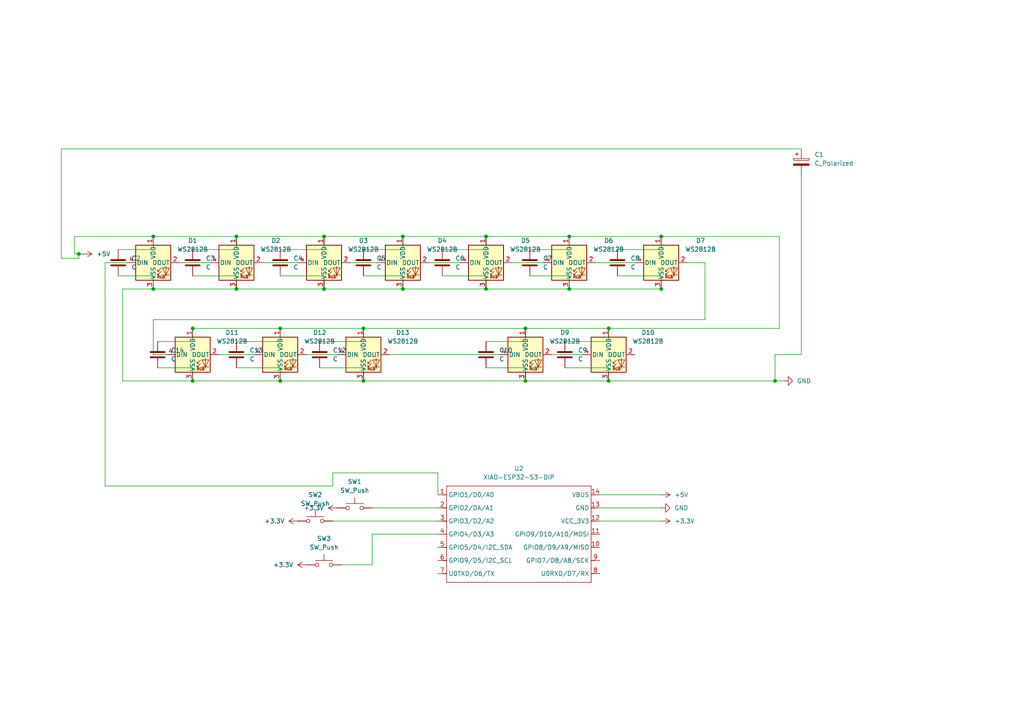
<source format=kicad_sch>
(kicad_sch
	(version 20250114)
	(generator "eeschema")
	(generator_version "9.0")
	(uuid "41859888-7683-4670-a52b-8680bd945835")
	(paper "A4")
	(lib_symbols
		(symbol "Device:C"
			(pin_numbers
				(hide yes)
			)
			(pin_names
				(offset 0.254)
			)
			(exclude_from_sim no)
			(in_bom yes)
			(on_board yes)
			(property "Reference" "C"
				(at 0.635 2.54 0)
				(effects
					(font
						(size 1.27 1.27)
					)
					(justify left)
				)
			)
			(property "Value" "C"
				(at 0.635 -2.54 0)
				(effects
					(font
						(size 1.27 1.27)
					)
					(justify left)
				)
			)
			(property "Footprint" ""
				(at 0.9652 -3.81 0)
				(effects
					(font
						(size 1.27 1.27)
					)
					(hide yes)
				)
			)
			(property "Datasheet" "~"
				(at 0 0 0)
				(effects
					(font
						(size 1.27 1.27)
					)
					(hide yes)
				)
			)
			(property "Description" "Unpolarized capacitor"
				(at 0 0 0)
				(effects
					(font
						(size 1.27 1.27)
					)
					(hide yes)
				)
			)
			(property "ki_keywords" "cap capacitor"
				(at 0 0 0)
				(effects
					(font
						(size 1.27 1.27)
					)
					(hide yes)
				)
			)
			(property "ki_fp_filters" "C_*"
				(at 0 0 0)
				(effects
					(font
						(size 1.27 1.27)
					)
					(hide yes)
				)
			)
			(symbol "C_0_1"
				(polyline
					(pts
						(xy -2.032 0.762) (xy 2.032 0.762)
					)
					(stroke
						(width 0.508)
						(type default)
					)
					(fill
						(type none)
					)
				)
				(polyline
					(pts
						(xy -2.032 -0.762) (xy 2.032 -0.762)
					)
					(stroke
						(width 0.508)
						(type default)
					)
					(fill
						(type none)
					)
				)
			)
			(symbol "C_1_1"
				(pin passive line
					(at 0 3.81 270)
					(length 2.794)
					(name "~"
						(effects
							(font
								(size 1.27 1.27)
							)
						)
					)
					(number "1"
						(effects
							(font
								(size 1.27 1.27)
							)
						)
					)
				)
				(pin passive line
					(at 0 -3.81 90)
					(length 2.794)
					(name "~"
						(effects
							(font
								(size 1.27 1.27)
							)
						)
					)
					(number "2"
						(effects
							(font
								(size 1.27 1.27)
							)
						)
					)
				)
			)
			(embedded_fonts no)
		)
		(symbol "Device:C_Polarized"
			(pin_numbers
				(hide yes)
			)
			(pin_names
				(offset 0.254)
			)
			(exclude_from_sim no)
			(in_bom yes)
			(on_board yes)
			(property "Reference" "C"
				(at 0.635 2.54 0)
				(effects
					(font
						(size 1.27 1.27)
					)
					(justify left)
				)
			)
			(property "Value" "C_Polarized"
				(at 0.635 -2.54 0)
				(effects
					(font
						(size 1.27 1.27)
					)
					(justify left)
				)
			)
			(property "Footprint" ""
				(at 0.9652 -3.81 0)
				(effects
					(font
						(size 1.27 1.27)
					)
					(hide yes)
				)
			)
			(property "Datasheet" "~"
				(at 0 0 0)
				(effects
					(font
						(size 1.27 1.27)
					)
					(hide yes)
				)
			)
			(property "Description" "Polarized capacitor"
				(at 0 0 0)
				(effects
					(font
						(size 1.27 1.27)
					)
					(hide yes)
				)
			)
			(property "ki_keywords" "cap capacitor"
				(at 0 0 0)
				(effects
					(font
						(size 1.27 1.27)
					)
					(hide yes)
				)
			)
			(property "ki_fp_filters" "CP_*"
				(at 0 0 0)
				(effects
					(font
						(size 1.27 1.27)
					)
					(hide yes)
				)
			)
			(symbol "C_Polarized_0_1"
				(rectangle
					(start -2.286 0.508)
					(end 2.286 1.016)
					(stroke
						(width 0)
						(type default)
					)
					(fill
						(type none)
					)
				)
				(polyline
					(pts
						(xy -1.778 2.286) (xy -0.762 2.286)
					)
					(stroke
						(width 0)
						(type default)
					)
					(fill
						(type none)
					)
				)
				(polyline
					(pts
						(xy -1.27 2.794) (xy -1.27 1.778)
					)
					(stroke
						(width 0)
						(type default)
					)
					(fill
						(type none)
					)
				)
				(rectangle
					(start 2.286 -0.508)
					(end -2.286 -1.016)
					(stroke
						(width 0)
						(type default)
					)
					(fill
						(type outline)
					)
				)
			)
			(symbol "C_Polarized_1_1"
				(pin passive line
					(at 0 3.81 270)
					(length 2.794)
					(name "~"
						(effects
							(font
								(size 1.27 1.27)
							)
						)
					)
					(number "1"
						(effects
							(font
								(size 1.27 1.27)
							)
						)
					)
				)
				(pin passive line
					(at 0 -3.81 90)
					(length 2.794)
					(name "~"
						(effects
							(font
								(size 1.27 1.27)
							)
						)
					)
					(number "2"
						(effects
							(font
								(size 1.27 1.27)
							)
						)
					)
				)
			)
			(embedded_fonts no)
		)
		(symbol "LED:WS2812B"
			(pin_names
				(offset 0.254)
			)
			(exclude_from_sim no)
			(in_bom yes)
			(on_board yes)
			(property "Reference" "D"
				(at 5.08 5.715 0)
				(effects
					(font
						(size 1.27 1.27)
					)
					(justify right bottom)
				)
			)
			(property "Value" "WS2812B"
				(at 1.27 -5.715 0)
				(effects
					(font
						(size 1.27 1.27)
					)
					(justify left top)
				)
			)
			(property "Footprint" "LED_SMD:LED_WS2812B_PLCC4_5.0x5.0mm_P3.2mm"
				(at 1.27 -7.62 0)
				(effects
					(font
						(size 1.27 1.27)
					)
					(justify left top)
					(hide yes)
				)
			)
			(property "Datasheet" "https://cdn-shop.adafruit.com/datasheets/WS2812B.pdf"
				(at 2.54 -9.525 0)
				(effects
					(font
						(size 1.27 1.27)
					)
					(justify left top)
					(hide yes)
				)
			)
			(property "Description" "RGB LED with integrated controller"
				(at 0 0 0)
				(effects
					(font
						(size 1.27 1.27)
					)
					(hide yes)
				)
			)
			(property "ki_keywords" "RGB LED NeoPixel addressable"
				(at 0 0 0)
				(effects
					(font
						(size 1.27 1.27)
					)
					(hide yes)
				)
			)
			(property "ki_fp_filters" "LED*WS2812*PLCC*5.0x5.0mm*P3.2mm*"
				(at 0 0 0)
				(effects
					(font
						(size 1.27 1.27)
					)
					(hide yes)
				)
			)
			(symbol "WS2812B_0_0"
				(text "RGB"
					(at 2.286 -4.191 0)
					(effects
						(font
							(size 0.762 0.762)
						)
					)
				)
			)
			(symbol "WS2812B_0_1"
				(polyline
					(pts
						(xy 1.27 -2.54) (xy 1.778 -2.54)
					)
					(stroke
						(width 0)
						(type default)
					)
					(fill
						(type none)
					)
				)
				(polyline
					(pts
						(xy 1.27 -3.556) (xy 1.778 -3.556)
					)
					(stroke
						(width 0)
						(type default)
					)
					(fill
						(type none)
					)
				)
				(polyline
					(pts
						(xy 2.286 -1.524) (xy 1.27 -2.54) (xy 1.27 -2.032)
					)
					(stroke
						(width 0)
						(type default)
					)
					(fill
						(type none)
					)
				)
				(polyline
					(pts
						(xy 2.286 -2.54) (xy 1.27 -3.556) (xy 1.27 -3.048)
					)
					(stroke
						(width 0)
						(type default)
					)
					(fill
						(type none)
					)
				)
				(polyline
					(pts
						(xy 3.683 -1.016) (xy 3.683 -3.556) (xy 3.683 -4.064)
					)
					(stroke
						(width 0)
						(type default)
					)
					(fill
						(type none)
					)
				)
				(polyline
					(pts
						(xy 4.699 -1.524) (xy 2.667 -1.524) (xy 3.683 -3.556) (xy 4.699 -1.524)
					)
					(stroke
						(width 0)
						(type default)
					)
					(fill
						(type none)
					)
				)
				(polyline
					(pts
						(xy 4.699 -3.556) (xy 2.667 -3.556)
					)
					(stroke
						(width 0)
						(type default)
					)
					(fill
						(type none)
					)
				)
				(rectangle
					(start 5.08 5.08)
					(end -5.08 -5.08)
					(stroke
						(width 0.254)
						(type default)
					)
					(fill
						(type background)
					)
				)
			)
			(symbol "WS2812B_1_1"
				(pin input line
					(at -7.62 0 0)
					(length 2.54)
					(name "DIN"
						(effects
							(font
								(size 1.27 1.27)
							)
						)
					)
					(number "4"
						(effects
							(font
								(size 1.27 1.27)
							)
						)
					)
				)
				(pin power_in line
					(at 0 7.62 270)
					(length 2.54)
					(name "VDD"
						(effects
							(font
								(size 1.27 1.27)
							)
						)
					)
					(number "1"
						(effects
							(font
								(size 1.27 1.27)
							)
						)
					)
				)
				(pin power_in line
					(at 0 -7.62 90)
					(length 2.54)
					(name "VSS"
						(effects
							(font
								(size 1.27 1.27)
							)
						)
					)
					(number "3"
						(effects
							(font
								(size 1.27 1.27)
							)
						)
					)
				)
				(pin output line
					(at 7.62 0 180)
					(length 2.54)
					(name "DOUT"
						(effects
							(font
								(size 1.27 1.27)
							)
						)
					)
					(number "2"
						(effects
							(font
								(size 1.27 1.27)
							)
						)
					)
				)
			)
			(embedded_fonts no)
		)
		(symbol "Switch:SW_Push"
			(pin_numbers
				(hide yes)
			)
			(pin_names
				(offset 1.016)
				(hide yes)
			)
			(exclude_from_sim no)
			(in_bom yes)
			(on_board yes)
			(property "Reference" "SW"
				(at 1.27 2.54 0)
				(effects
					(font
						(size 1.27 1.27)
					)
					(justify left)
				)
			)
			(property "Value" "SW_Push"
				(at 0 -1.524 0)
				(effects
					(font
						(size 1.27 1.27)
					)
				)
			)
			(property "Footprint" ""
				(at 0 5.08 0)
				(effects
					(font
						(size 1.27 1.27)
					)
					(hide yes)
				)
			)
			(property "Datasheet" "~"
				(at 0 5.08 0)
				(effects
					(font
						(size 1.27 1.27)
					)
					(hide yes)
				)
			)
			(property "Description" "Push button switch, generic, two pins"
				(at 0 0 0)
				(effects
					(font
						(size 1.27 1.27)
					)
					(hide yes)
				)
			)
			(property "ki_keywords" "switch normally-open pushbutton push-button"
				(at 0 0 0)
				(effects
					(font
						(size 1.27 1.27)
					)
					(hide yes)
				)
			)
			(symbol "SW_Push_0_1"
				(circle
					(center -2.032 0)
					(radius 0.508)
					(stroke
						(width 0)
						(type default)
					)
					(fill
						(type none)
					)
				)
				(polyline
					(pts
						(xy 0 1.27) (xy 0 3.048)
					)
					(stroke
						(width 0)
						(type default)
					)
					(fill
						(type none)
					)
				)
				(circle
					(center 2.032 0)
					(radius 0.508)
					(stroke
						(width 0)
						(type default)
					)
					(fill
						(type none)
					)
				)
				(polyline
					(pts
						(xy 2.54 1.27) (xy -2.54 1.27)
					)
					(stroke
						(width 0)
						(type default)
					)
					(fill
						(type none)
					)
				)
				(pin passive line
					(at -5.08 0 0)
					(length 2.54)
					(name "1"
						(effects
							(font
								(size 1.27 1.27)
							)
						)
					)
					(number "1"
						(effects
							(font
								(size 1.27 1.27)
							)
						)
					)
				)
				(pin passive line
					(at 5.08 0 180)
					(length 2.54)
					(name "2"
						(effects
							(font
								(size 1.27 1.27)
							)
						)
					)
					(number "2"
						(effects
							(font
								(size 1.27 1.27)
							)
						)
					)
				)
			)
			(embedded_fonts no)
		)
		(symbol "power:+3.3V"
			(power)
			(pin_numbers
				(hide yes)
			)
			(pin_names
				(offset 0)
				(hide yes)
			)
			(exclude_from_sim no)
			(in_bom yes)
			(on_board yes)
			(property "Reference" "#PWR"
				(at 0 -3.81 0)
				(effects
					(font
						(size 1.27 1.27)
					)
					(hide yes)
				)
			)
			(property "Value" "+3.3V"
				(at 0 3.556 0)
				(effects
					(font
						(size 1.27 1.27)
					)
				)
			)
			(property "Footprint" ""
				(at 0 0 0)
				(effects
					(font
						(size 1.27 1.27)
					)
					(hide yes)
				)
			)
			(property "Datasheet" ""
				(at 0 0 0)
				(effects
					(font
						(size 1.27 1.27)
					)
					(hide yes)
				)
			)
			(property "Description" "Power symbol creates a global label with name \"+3.3V\""
				(at 0 0 0)
				(effects
					(font
						(size 1.27 1.27)
					)
					(hide yes)
				)
			)
			(property "ki_keywords" "global power"
				(at 0 0 0)
				(effects
					(font
						(size 1.27 1.27)
					)
					(hide yes)
				)
			)
			(symbol "+3.3V_0_1"
				(polyline
					(pts
						(xy -0.762 1.27) (xy 0 2.54)
					)
					(stroke
						(width 0)
						(type default)
					)
					(fill
						(type none)
					)
				)
				(polyline
					(pts
						(xy 0 2.54) (xy 0.762 1.27)
					)
					(stroke
						(width 0)
						(type default)
					)
					(fill
						(type none)
					)
				)
				(polyline
					(pts
						(xy 0 0) (xy 0 2.54)
					)
					(stroke
						(width 0)
						(type default)
					)
					(fill
						(type none)
					)
				)
			)
			(symbol "+3.3V_1_1"
				(pin power_in line
					(at 0 0 90)
					(length 0)
					(name "~"
						(effects
							(font
								(size 1.27 1.27)
							)
						)
					)
					(number "1"
						(effects
							(font
								(size 1.27 1.27)
							)
						)
					)
				)
			)
			(embedded_fonts no)
		)
		(symbol "power:+5V"
			(power)
			(pin_numbers
				(hide yes)
			)
			(pin_names
				(offset 0)
				(hide yes)
			)
			(exclude_from_sim no)
			(in_bom yes)
			(on_board yes)
			(property "Reference" "#PWR"
				(at 0 -3.81 0)
				(effects
					(font
						(size 1.27 1.27)
					)
					(hide yes)
				)
			)
			(property "Value" "+5V"
				(at 0 3.556 0)
				(effects
					(font
						(size 1.27 1.27)
					)
				)
			)
			(property "Footprint" ""
				(at 0 0 0)
				(effects
					(font
						(size 1.27 1.27)
					)
					(hide yes)
				)
			)
			(property "Datasheet" ""
				(at 0 0 0)
				(effects
					(font
						(size 1.27 1.27)
					)
					(hide yes)
				)
			)
			(property "Description" "Power symbol creates a global label with name \"+5V\""
				(at 0 0 0)
				(effects
					(font
						(size 1.27 1.27)
					)
					(hide yes)
				)
			)
			(property "ki_keywords" "global power"
				(at 0 0 0)
				(effects
					(font
						(size 1.27 1.27)
					)
					(hide yes)
				)
			)
			(symbol "+5V_0_1"
				(polyline
					(pts
						(xy -0.762 1.27) (xy 0 2.54)
					)
					(stroke
						(width 0)
						(type default)
					)
					(fill
						(type none)
					)
				)
				(polyline
					(pts
						(xy 0 2.54) (xy 0.762 1.27)
					)
					(stroke
						(width 0)
						(type default)
					)
					(fill
						(type none)
					)
				)
				(polyline
					(pts
						(xy 0 0) (xy 0 2.54)
					)
					(stroke
						(width 0)
						(type default)
					)
					(fill
						(type none)
					)
				)
			)
			(symbol "+5V_1_1"
				(pin power_in line
					(at 0 0 90)
					(length 0)
					(name "~"
						(effects
							(font
								(size 1.27 1.27)
							)
						)
					)
					(number "1"
						(effects
							(font
								(size 1.27 1.27)
							)
						)
					)
				)
			)
			(embedded_fonts no)
		)
		(symbol "power:GND"
			(power)
			(pin_numbers
				(hide yes)
			)
			(pin_names
				(offset 0)
				(hide yes)
			)
			(exclude_from_sim no)
			(in_bom yes)
			(on_board yes)
			(property "Reference" "#PWR"
				(at 0 -6.35 0)
				(effects
					(font
						(size 1.27 1.27)
					)
					(hide yes)
				)
			)
			(property "Value" "GND"
				(at 0 -3.81 0)
				(effects
					(font
						(size 1.27 1.27)
					)
				)
			)
			(property "Footprint" ""
				(at 0 0 0)
				(effects
					(font
						(size 1.27 1.27)
					)
					(hide yes)
				)
			)
			(property "Datasheet" ""
				(at 0 0 0)
				(effects
					(font
						(size 1.27 1.27)
					)
					(hide yes)
				)
			)
			(property "Description" "Power symbol creates a global label with name \"GND\" , ground"
				(at 0 0 0)
				(effects
					(font
						(size 1.27 1.27)
					)
					(hide yes)
				)
			)
			(property "ki_keywords" "global power"
				(at 0 0 0)
				(effects
					(font
						(size 1.27 1.27)
					)
					(hide yes)
				)
			)
			(symbol "GND_0_1"
				(polyline
					(pts
						(xy 0 0) (xy 0 -1.27) (xy 1.27 -1.27) (xy 0 -2.54) (xy -1.27 -1.27) (xy 0 -1.27)
					)
					(stroke
						(width 0)
						(type default)
					)
					(fill
						(type none)
					)
				)
			)
			(symbol "GND_1_1"
				(pin power_in line
					(at 0 0 270)
					(length 0)
					(name "~"
						(effects
							(font
								(size 1.27 1.27)
							)
						)
					)
					(number "1"
						(effects
							(font
								(size 1.27 1.27)
							)
						)
					)
				)
			)
			(embedded_fonts no)
		)
		(symbol "xiao seeed:XIAO-ESP32-S3-DIP"
			(exclude_from_sim no)
			(in_bom yes)
			(on_board yes)
			(property "Reference" "U"
				(at 1.27 0.508 0)
				(effects
					(font
						(size 1.27 1.27)
					)
				)
			)
			(property "Value" "XIAO-ESP32-S3-DIP"
				(at 9.652 -1.778 0)
				(effects
					(font
						(size 1.27 1.27)
					)
				)
			)
			(property "Footprint" "Module:MOUDLE14P-XIAO-DIP-SMD"
				(at 17.018 -31.75 0)
				(effects
					(font
						(size 1.27 1.27)
					)
					(hide yes)
				)
			)
			(property "Datasheet" ""
				(at 0 0 0)
				(effects
					(font
						(size 1.27 1.27)
					)
					(hide yes)
				)
			)
			(property "Description" ""
				(at 0 0 0)
				(effects
					(font
						(size 1.27 1.27)
					)
					(hide yes)
				)
			)
			(symbol "XIAO-ESP32-S3-DIP_1_0"
				(polyline
					(pts
						(xy 0 -2.54) (xy 41.91 -2.54)
					)
					(stroke
						(width 0.1524)
						(type solid)
					)
					(fill
						(type none)
					)
				)
				(polyline
					(pts
						(xy 0 -5.08) (xy -1.27 -5.08)
					)
					(stroke
						(width 0.1524)
						(type solid)
					)
					(fill
						(type none)
					)
				)
				(polyline
					(pts
						(xy 0 -5.08) (xy 0 -2.54)
					)
					(stroke
						(width 0.1524)
						(type solid)
					)
					(fill
						(type none)
					)
				)
				(polyline
					(pts
						(xy 0 -8.89) (xy -1.27 -8.89)
					)
					(stroke
						(width 0.1524)
						(type solid)
					)
					(fill
						(type none)
					)
				)
				(polyline
					(pts
						(xy 0 -8.89) (xy 0 -5.08)
					)
					(stroke
						(width 0.1524)
						(type solid)
					)
					(fill
						(type none)
					)
				)
				(polyline
					(pts
						(xy 0 -12.7) (xy -1.27 -12.7)
					)
					(stroke
						(width 0.1524)
						(type solid)
					)
					(fill
						(type none)
					)
				)
				(polyline
					(pts
						(xy 0 -12.7) (xy 0 -8.89)
					)
					(stroke
						(width 0.1524)
						(type solid)
					)
					(fill
						(type none)
					)
				)
				(polyline
					(pts
						(xy 0 -16.51) (xy -1.27 -16.51)
					)
					(stroke
						(width 0.1524)
						(type solid)
					)
					(fill
						(type none)
					)
				)
				(polyline
					(pts
						(xy 0 -16.51) (xy 0 -12.7)
					)
					(stroke
						(width 0.1524)
						(type solid)
					)
					(fill
						(type none)
					)
				)
				(polyline
					(pts
						(xy 0 -20.32) (xy -1.27 -20.32)
					)
					(stroke
						(width 0.1524)
						(type solid)
					)
					(fill
						(type none)
					)
				)
				(polyline
					(pts
						(xy 0 -24.13) (xy -1.27 -24.13)
					)
					(stroke
						(width 0.1524)
						(type solid)
					)
					(fill
						(type none)
					)
				)
				(polyline
					(pts
						(xy 0 -27.94) (xy -1.27 -27.94)
					)
					(stroke
						(width 0.1524)
						(type solid)
					)
					(fill
						(type none)
					)
				)
				(polyline
					(pts
						(xy 0 -30.48) (xy 0 -16.51)
					)
					(stroke
						(width 0.1524)
						(type solid)
					)
					(fill
						(type none)
					)
				)
				(polyline
					(pts
						(xy 41.91 -2.54) (xy 41.91 -5.08)
					)
					(stroke
						(width 0.1524)
						(type solid)
					)
					(fill
						(type none)
					)
				)
				(polyline
					(pts
						(xy 41.91 -5.08) (xy 41.91 -8.89)
					)
					(stroke
						(width 0.1524)
						(type solid)
					)
					(fill
						(type none)
					)
				)
				(polyline
					(pts
						(xy 41.91 -8.89) (xy 41.91 -12.7)
					)
					(stroke
						(width 0.1524)
						(type solid)
					)
					(fill
						(type none)
					)
				)
				(polyline
					(pts
						(xy 41.91 -12.7) (xy 41.91 -30.48)
					)
					(stroke
						(width 0.1524)
						(type solid)
					)
					(fill
						(type none)
					)
				)
				(polyline
					(pts
						(xy 41.91 -30.48) (xy 0 -30.48)
					)
					(stroke
						(width 0.1524)
						(type solid)
					)
					(fill
						(type none)
					)
				)
				(polyline
					(pts
						(xy 43.18 -5.08) (xy 41.91 -5.08)
					)
					(stroke
						(width 0.1524)
						(type solid)
					)
					(fill
						(type none)
					)
				)
				(polyline
					(pts
						(xy 43.18 -8.89) (xy 41.91 -8.89)
					)
					(stroke
						(width 0.1524)
						(type solid)
					)
					(fill
						(type none)
					)
				)
				(polyline
					(pts
						(xy 43.18 -12.7) (xy 41.91 -12.7)
					)
					(stroke
						(width 0.1524)
						(type solid)
					)
					(fill
						(type none)
					)
				)
				(polyline
					(pts
						(xy 43.18 -16.51) (xy 41.91 -16.51)
					)
					(stroke
						(width 0.1524)
						(type solid)
					)
					(fill
						(type none)
					)
				)
				(polyline
					(pts
						(xy 43.18 -20.32) (xy 41.91 -20.32)
					)
					(stroke
						(width 0.1524)
						(type solid)
					)
					(fill
						(type none)
					)
				)
				(polyline
					(pts
						(xy 43.18 -24.13) (xy 41.91 -24.13)
					)
					(stroke
						(width 0.1524)
						(type solid)
					)
					(fill
						(type none)
					)
				)
				(polyline
					(pts
						(xy 43.18 -27.94) (xy 41.91 -27.94)
					)
					(stroke
						(width 0.1524)
						(type solid)
					)
					(fill
						(type none)
					)
				)
				(pin passive line
					(at -2.54 -5.08 0)
					(length 2.54)
					(name "GPIO1/D0/A0"
						(effects
							(font
								(size 1.27 1.27)
							)
						)
					)
					(number "1"
						(effects
							(font
								(size 1.27 1.27)
							)
						)
					)
				)
				(pin passive line
					(at -2.54 -8.89 0)
					(length 2.54)
					(name "GPIO2/DA/A1"
						(effects
							(font
								(size 1.27 1.27)
							)
						)
					)
					(number "2"
						(effects
							(font
								(size 1.27 1.27)
							)
						)
					)
				)
				(pin passive line
					(at -2.54 -12.7 0)
					(length 2.54)
					(name "GPIO3/D2/A2"
						(effects
							(font
								(size 1.27 1.27)
							)
						)
					)
					(number "3"
						(effects
							(font
								(size 1.27 1.27)
							)
						)
					)
				)
				(pin passive line
					(at -2.54 -16.51 0)
					(length 2.54)
					(name "GPIO4/D3/A3"
						(effects
							(font
								(size 1.27 1.27)
							)
						)
					)
					(number "4"
						(effects
							(font
								(size 1.27 1.27)
							)
						)
					)
				)
				(pin passive line
					(at -2.54 -20.32 0)
					(length 2.54)
					(name "GPIO5/D4/I2C_SDA"
						(effects
							(font
								(size 1.27 1.27)
							)
						)
					)
					(number "5"
						(effects
							(font
								(size 1.27 1.27)
							)
						)
					)
				)
				(pin passive line
					(at -2.54 -24.13 0)
					(length 2.54)
					(name "GPIO9/D5/I2C_SCL"
						(effects
							(font
								(size 1.27 1.27)
							)
						)
					)
					(number "6"
						(effects
							(font
								(size 1.27 1.27)
							)
						)
					)
				)
				(pin passive line
					(at -2.54 -27.94 0)
					(length 2.54)
					(name "U0TXD/D6/TX"
						(effects
							(font
								(size 1.27 1.27)
							)
						)
					)
					(number "7"
						(effects
							(font
								(size 1.27 1.27)
							)
						)
					)
				)
				(pin passive line
					(at 44.45 -5.08 180)
					(length 2.54)
					(name "VBUS"
						(effects
							(font
								(size 1.27 1.27)
							)
						)
					)
					(number "14"
						(effects
							(font
								(size 1.27 1.27)
							)
						)
					)
				)
				(pin passive line
					(at 44.45 -8.89 180)
					(length 2.54)
					(name "GND"
						(effects
							(font
								(size 1.27 1.27)
							)
						)
					)
					(number "13"
						(effects
							(font
								(size 1.27 1.27)
							)
						)
					)
				)
				(pin passive line
					(at 44.45 -12.7 180)
					(length 2.54)
					(name "VCC_3V3"
						(effects
							(font
								(size 1.27 1.27)
							)
						)
					)
					(number "12"
						(effects
							(font
								(size 1.27 1.27)
							)
						)
					)
				)
				(pin passive line
					(at 44.45 -16.51 180)
					(length 2.54)
					(name "GPIO9/D10/A10/MOSI"
						(effects
							(font
								(size 1.27 1.27)
							)
						)
					)
					(number "11"
						(effects
							(font
								(size 1.27 1.27)
							)
						)
					)
				)
				(pin passive line
					(at 44.45 -20.32 180)
					(length 2.54)
					(name "GPIO8/D9/A9/MISO"
						(effects
							(font
								(size 1.27 1.27)
							)
						)
					)
					(number "10"
						(effects
							(font
								(size 1.27 1.27)
							)
						)
					)
				)
				(pin passive line
					(at 44.45 -24.13 180)
					(length 2.54)
					(name "GPIO7/D8/A8/SCK"
						(effects
							(font
								(size 1.27 1.27)
							)
						)
					)
					(number "9"
						(effects
							(font
								(size 1.27 1.27)
							)
						)
					)
				)
				(pin passive line
					(at 44.45 -27.94 180)
					(length 2.54)
					(name "U0RXD/D7/RX"
						(effects
							(font
								(size 1.27 1.27)
							)
						)
					)
					(number "8"
						(effects
							(font
								(size 1.27 1.27)
							)
						)
					)
				)
			)
			(embedded_fonts no)
		)
	)
	(junction
		(at 165.1 68.58)
		(diameter 0)
		(color 0 0 0 0)
		(uuid "01cf2157-5ae4-4ae2-8b46-8b912993704e")
	)
	(junction
		(at 140.97 68.58)
		(diameter 0)
		(color 0 0 0 0)
		(uuid "0c6cfed0-18b5-4766-9dd9-59989a6679ab")
	)
	(junction
		(at 105.41 95.25)
		(diameter 0)
		(color 0 0 0 0)
		(uuid "18300ff0-e6bd-4985-97ea-f66cb6f11f09")
	)
	(junction
		(at 152.4 110.49)
		(diameter 0)
		(color 0 0 0 0)
		(uuid "2321e214-b096-460c-bc80-cef94b9964b6")
	)
	(junction
		(at 191.77 68.58)
		(diameter 0)
		(color 0 0 0 0)
		(uuid "25eb619f-3cc6-4f83-a942-acb1e3a29ac0")
	)
	(junction
		(at 81.28 95.25)
		(diameter 0)
		(color 0 0 0 0)
		(uuid "286a8c29-c44d-4f31-8f8f-f37361fb1a32")
	)
	(junction
		(at 165.1 83.82)
		(diameter 0)
		(color 0 0 0 0)
		(uuid "3c1f76bd-5d25-4f98-97f8-fe85dcfe3aa4")
	)
	(junction
		(at 22.86 73.66)
		(diameter 0)
		(color 0 0 0 0)
		(uuid "3f2d40c3-ccb0-4925-9abc-945fa468885c")
	)
	(junction
		(at 176.53 95.25)
		(diameter 0)
		(color 0 0 0 0)
		(uuid "4ce24818-f954-437d-ada0-35271f36066c")
	)
	(junction
		(at 191.77 83.82)
		(diameter 0)
		(color 0 0 0 0)
		(uuid "53105967-52d2-4ca0-b767-daa766b2d4dc")
	)
	(junction
		(at 93.98 68.58)
		(diameter 0)
		(color 0 0 0 0)
		(uuid "54cb7685-67e6-4adb-b208-1f829a9b04c8")
	)
	(junction
		(at 93.98 83.82)
		(diameter 0)
		(color 0 0 0 0)
		(uuid "6c3dfb8b-af50-4bc8-b3a7-b1aff51f34e9")
	)
	(junction
		(at 224.79 110.49)
		(diameter 0)
		(color 0 0 0 0)
		(uuid "73a0dee9-835a-49d3-8b5f-2a636c80006a")
	)
	(junction
		(at 68.58 68.58)
		(diameter 0)
		(color 0 0 0 0)
		(uuid "77c68da4-35df-4ee4-875d-3bd6f162e13c")
	)
	(junction
		(at 81.28 110.49)
		(diameter 0)
		(color 0 0 0 0)
		(uuid "8050512b-6fdd-4682-86ee-a9bbe2226689")
	)
	(junction
		(at 152.4 95.25)
		(diameter 0)
		(color 0 0 0 0)
		(uuid "837766b6-bcba-4fc1-9b14-a84eec1a3bee")
	)
	(junction
		(at 116.84 83.82)
		(diameter 0)
		(color 0 0 0 0)
		(uuid "83b4d7df-0240-417a-940b-582403c1fa5c")
	)
	(junction
		(at 140.97 83.82)
		(diameter 0)
		(color 0 0 0 0)
		(uuid "8fab0ba7-1845-4ed5-845d-1994412a4831")
	)
	(junction
		(at 44.45 83.82)
		(diameter 0)
		(color 0 0 0 0)
		(uuid "a9d7a4cb-d93c-45a5-b59d-26e57262c479")
	)
	(junction
		(at 68.58 83.82)
		(diameter 0)
		(color 0 0 0 0)
		(uuid "b793108b-1bdb-4ac8-8bf6-a6302319e1bf")
	)
	(junction
		(at 176.53 110.49)
		(diameter 0)
		(color 0 0 0 0)
		(uuid "c22a87fe-60cd-4baf-849e-eff39d226517")
	)
	(junction
		(at 44.45 68.58)
		(diameter 0)
		(color 0 0 0 0)
		(uuid "d2a3887b-afbd-42f0-ba26-41524d0f5df9")
	)
	(junction
		(at 55.88 95.25)
		(diameter 0)
		(color 0 0 0 0)
		(uuid "d6a3d1d9-d415-45e2-a9a9-bceb88cd2e8f")
	)
	(junction
		(at 55.88 110.49)
		(diameter 0)
		(color 0 0 0 0)
		(uuid "df0192eb-4a67-4fd5-9f4e-063abdd1bd61")
	)
	(junction
		(at 116.84 68.58)
		(diameter 0)
		(color 0 0 0 0)
		(uuid "e84d9d99-2655-4812-98f3-05ca305afcd5")
	)
	(junction
		(at 105.41 110.49)
		(diameter 0)
		(color 0 0 0 0)
		(uuid "fe7883f1-2f36-4105-ac49-9cac50775c04")
	)
	(wire
		(pts
			(xy 176.53 106.68) (xy 176.53 110.49)
		)
		(stroke
			(width 0)
			(type default)
		)
		(uuid "03249caa-9a52-469a-99db-23fd4707919d")
	)
	(wire
		(pts
			(xy 105.41 80.01) (xy 116.84 80.01)
		)
		(stroke
			(width 0)
			(type default)
		)
		(uuid "08c8a2fc-63da-481f-8f9c-df7ed6f113dc")
	)
	(wire
		(pts
			(xy 45.72 99.06) (xy 55.88 99.06)
		)
		(stroke
			(width 0)
			(type default)
		)
		(uuid "0a51c0af-5ce5-4ad7-b3a4-2fe907dfba0f")
	)
	(wire
		(pts
			(xy 107.95 154.94) (xy 127 154.94)
		)
		(stroke
			(width 0)
			(type default)
		)
		(uuid "0d30017c-8954-4eb3-b2e1-632986a5de5f")
	)
	(wire
		(pts
			(xy 232.41 50.8) (xy 232.41 102.87)
		)
		(stroke
			(width 0)
			(type default)
		)
		(uuid "0e76ba15-3ad3-44d9-ad9b-c7351fe1217a")
	)
	(wire
		(pts
			(xy 172.72 76.2) (xy 184.15 76.2)
		)
		(stroke
			(width 0)
			(type default)
		)
		(uuid "131cd975-b885-4c59-aaaa-f4fcfb8bc8de")
	)
	(wire
		(pts
			(xy 101.6 76.2) (xy 109.22 76.2)
		)
		(stroke
			(width 0)
			(type default)
		)
		(uuid "154ed1a1-d0fe-44d7-908f-845b7b65b48a")
	)
	(wire
		(pts
			(xy 45.72 106.68) (xy 55.88 106.68)
		)
		(stroke
			(width 0)
			(type default)
		)
		(uuid "16ccc15e-3c0a-4cc6-8198-d30948479aa6")
	)
	(wire
		(pts
			(xy 176.53 95.25) (xy 226.06 95.25)
		)
		(stroke
			(width 0)
			(type default)
		)
		(uuid "17775627-b24a-4971-9a49-46bed129fd69")
	)
	(wire
		(pts
			(xy 127 137.16) (xy 127 143.51)
		)
		(stroke
			(width 0)
			(type default)
		)
		(uuid "18782859-dbf5-4bc5-a51c-2e69d697a729")
	)
	(wire
		(pts
			(xy 105.41 106.68) (xy 105.41 110.49)
		)
		(stroke
			(width 0)
			(type default)
		)
		(uuid "1a894d8b-6ef8-4b39-ae00-c91b166ccab6")
	)
	(wire
		(pts
			(xy 204.47 76.2) (xy 204.47 92.71)
		)
		(stroke
			(width 0)
			(type default)
		)
		(uuid "1b04826d-50c7-439b-a3c7-a6f9a6fe4cea")
	)
	(wire
		(pts
			(xy 152.4 106.68) (xy 152.4 110.49)
		)
		(stroke
			(width 0)
			(type default)
		)
		(uuid "1b46faba-d06a-4c25-9e46-f4b262f8cc76")
	)
	(wire
		(pts
			(xy 93.98 68.58) (xy 68.58 68.58)
		)
		(stroke
			(width 0)
			(type default)
		)
		(uuid "1f0c1e19-0e59-454d-8611-0ebdb61803e1")
	)
	(wire
		(pts
			(xy 128.27 80.01) (xy 140.97 80.01)
		)
		(stroke
			(width 0)
			(type default)
		)
		(uuid "210fbf8c-4206-4cdc-b028-955b5f6db68a")
	)
	(wire
		(pts
			(xy 199.39 76.2) (xy 204.47 76.2)
		)
		(stroke
			(width 0)
			(type default)
		)
		(uuid "220959ac-243f-4bab-95dd-44640ae83ec3")
	)
	(wire
		(pts
			(xy 191.77 80.01) (xy 191.77 83.82)
		)
		(stroke
			(width 0)
			(type default)
		)
		(uuid "25174dd0-7479-40b2-8033-24e8b3c14f2f")
	)
	(wire
		(pts
			(xy 55.88 80.01) (xy 68.58 80.01)
		)
		(stroke
			(width 0)
			(type default)
		)
		(uuid "26196a64-e6c3-4864-82ca-cd75f45fe82a")
	)
	(wire
		(pts
			(xy 224.79 102.87) (xy 232.41 102.87)
		)
		(stroke
			(width 0)
			(type default)
		)
		(uuid "270e756d-a8dc-4523-84cd-6c15570e14f0")
	)
	(wire
		(pts
			(xy 140.97 80.01) (xy 140.97 83.82)
		)
		(stroke
			(width 0)
			(type default)
		)
		(uuid "2725fe65-8bf3-45cf-bed1-f2e2b035ed7d")
	)
	(wire
		(pts
			(xy 76.2 76.2) (xy 86.36 76.2)
		)
		(stroke
			(width 0)
			(type default)
		)
		(uuid "27414102-b2e9-4a7e-84fc-85e626b55e81")
	)
	(wire
		(pts
			(xy 105.41 99.06) (xy 105.41 95.25)
		)
		(stroke
			(width 0)
			(type default)
		)
		(uuid "27fda7ca-2f15-4e7d-bbb9-7ce785a40aa1")
	)
	(wire
		(pts
			(xy 107.95 147.32) (xy 127 147.32)
		)
		(stroke
			(width 0)
			(type default)
		)
		(uuid "296b33a3-6484-46f3-ae77-1c7198c174f0")
	)
	(wire
		(pts
			(xy 36.83 76.2) (xy 30.48 76.2)
		)
		(stroke
			(width 0)
			(type default)
		)
		(uuid "2e522db1-6469-4b16-bbcd-5268141f7203")
	)
	(wire
		(pts
			(xy 140.97 72.39) (xy 140.97 68.58)
		)
		(stroke
			(width 0)
			(type default)
		)
		(uuid "36e5334e-e6d8-4ad8-ad41-d0c864747f41")
	)
	(wire
		(pts
			(xy 152.4 110.49) (xy 176.53 110.49)
		)
		(stroke
			(width 0)
			(type default)
		)
		(uuid "3939b584-dfba-418c-9679-7ee55a14cfc2")
	)
	(wire
		(pts
			(xy 165.1 80.01) (xy 165.1 83.82)
		)
		(stroke
			(width 0)
			(type default)
		)
		(uuid "3a47c5ec-cbe5-4654-8b55-5122e67363b5")
	)
	(wire
		(pts
			(xy 191.77 147.32) (xy 173.99 147.32)
		)
		(stroke
			(width 0)
			(type default)
		)
		(uuid "3d32be7e-2c3c-406c-a75a-17e511cc781e")
	)
	(wire
		(pts
			(xy 224.79 110.49) (xy 224.79 102.87)
		)
		(stroke
			(width 0)
			(type default)
		)
		(uuid "3d763c02-14ad-4ef2-905e-de50523398d2")
	)
	(wire
		(pts
			(xy 96.52 151.13) (xy 127 151.13)
		)
		(stroke
			(width 0)
			(type default)
		)
		(uuid "3dc50235-3ac6-4f50-a903-c63923d4a7f3")
	)
	(wire
		(pts
			(xy 63.5 102.87) (xy 73.66 102.87)
		)
		(stroke
			(width 0)
			(type default)
		)
		(uuid "3ff52549-88ad-4785-a6ab-5687ff042432")
	)
	(wire
		(pts
			(xy 165.1 68.58) (xy 140.97 68.58)
		)
		(stroke
			(width 0)
			(type default)
		)
		(uuid "41ab745a-2ef1-4991-accc-8f6db12df224")
	)
	(wire
		(pts
			(xy 226.06 68.58) (xy 191.77 68.58)
		)
		(stroke
			(width 0)
			(type default)
		)
		(uuid "47438e13-647e-4561-8ea8-407514b8b4e1")
	)
	(wire
		(pts
			(xy 163.83 106.68) (xy 176.53 106.68)
		)
		(stroke
			(width 0)
			(type default)
		)
		(uuid "47f39dbf-c246-4985-8c77-4c8573ff4525")
	)
	(wire
		(pts
			(xy 21.59 68.58) (xy 21.59 73.66)
		)
		(stroke
			(width 0)
			(type default)
		)
		(uuid "49625c08-a1aa-42b3-a601-2e594646a4eb")
	)
	(wire
		(pts
			(xy 68.58 68.58) (xy 44.45 68.58)
		)
		(stroke
			(width 0)
			(type default)
		)
		(uuid "4c385fc8-5f23-4038-8417-c293cbdf84bf")
	)
	(wire
		(pts
			(xy 191.77 72.39) (xy 191.77 68.58)
		)
		(stroke
			(width 0)
			(type default)
		)
		(uuid "4e182f43-a0e2-40dd-b8d7-eb3f789e3166")
	)
	(wire
		(pts
			(xy 96.52 140.97) (xy 96.52 137.16)
		)
		(stroke
			(width 0)
			(type default)
		)
		(uuid "4fc95adc-c0fa-440d-ba31-ad8cc03eaeb2")
	)
	(wire
		(pts
			(xy 191.77 151.13) (xy 173.99 151.13)
		)
		(stroke
			(width 0)
			(type default)
		)
		(uuid "518c8e19-72b7-466b-aaf1-14e7cc99da67")
	)
	(wire
		(pts
			(xy 191.77 143.51) (xy 173.99 143.51)
		)
		(stroke
			(width 0)
			(type default)
		)
		(uuid "53b2f294-e857-4c6b-aac7-c7db4a4404af")
	)
	(wire
		(pts
			(xy 44.45 68.58) (xy 44.45 72.39)
		)
		(stroke
			(width 0)
			(type default)
		)
		(uuid "58404d16-bbe8-4228-908e-0ba3a725b8c5")
	)
	(wire
		(pts
			(xy 44.45 92.71) (xy 44.45 102.87)
		)
		(stroke
			(width 0)
			(type default)
		)
		(uuid "5cb3fd2f-a410-420e-ae6a-6e42fc4df213")
	)
	(wire
		(pts
			(xy 68.58 80.01) (xy 68.58 83.82)
		)
		(stroke
			(width 0)
			(type default)
		)
		(uuid "5cbaed05-562e-4d58-bd94-6b5f627a8a26")
	)
	(wire
		(pts
			(xy 140.97 68.58) (xy 116.84 68.58)
		)
		(stroke
			(width 0)
			(type default)
		)
		(uuid "5ee26385-9823-47af-9e63-344a419239b6")
	)
	(wire
		(pts
			(xy 55.88 72.39) (xy 68.58 72.39)
		)
		(stroke
			(width 0)
			(type default)
		)
		(uuid "60e7fe18-1e54-4c22-bda6-beb5fb5f2a39")
	)
	(wire
		(pts
			(xy 44.45 102.87) (xy 48.26 102.87)
		)
		(stroke
			(width 0)
			(type default)
		)
		(uuid "64f255ae-ba01-4808-a735-073c2b28e0db")
	)
	(wire
		(pts
			(xy 44.45 68.58) (xy 21.59 68.58)
		)
		(stroke
			(width 0)
			(type default)
		)
		(uuid "69cc61f8-27fe-4a1a-8148-6823a8285817")
	)
	(wire
		(pts
			(xy 105.41 95.25) (xy 152.4 95.25)
		)
		(stroke
			(width 0)
			(type default)
		)
		(uuid "69d48891-4eb1-4cc5-b5cf-428ff5bc5779")
	)
	(wire
		(pts
			(xy 81.28 106.68) (xy 81.28 110.49)
		)
		(stroke
			(width 0)
			(type default)
		)
		(uuid "6a964f67-940d-4747-8f13-e6a76253b85e")
	)
	(wire
		(pts
			(xy 152.4 95.25) (xy 176.53 95.25)
		)
		(stroke
			(width 0)
			(type default)
		)
		(uuid "6c763060-ba9d-41f0-a777-df5120c63622")
	)
	(wire
		(pts
			(xy 153.67 72.39) (xy 165.1 72.39)
		)
		(stroke
			(width 0)
			(type default)
		)
		(uuid "6c7df6b0-c8fc-48b9-8ba2-4fb55358e8b3")
	)
	(wire
		(pts
			(xy 105.41 110.49) (xy 152.4 110.49)
		)
		(stroke
			(width 0)
			(type default)
		)
		(uuid "717dd1c0-f682-4fc2-98a1-6925fc841890")
	)
	(wire
		(pts
			(xy 22.86 74.93) (xy 22.86 73.66)
		)
		(stroke
			(width 0)
			(type default)
		)
		(uuid "72f485ea-37b1-4c05-a986-91d973650887")
	)
	(wire
		(pts
			(xy 224.79 110.49) (xy 227.33 110.49)
		)
		(stroke
			(width 0)
			(type default)
		)
		(uuid "73758deb-bfdc-4ded-a57c-79f1aad4fbe8")
	)
	(wire
		(pts
			(xy 232.41 43.18) (xy 17.78 43.18)
		)
		(stroke
			(width 0)
			(type default)
		)
		(uuid "7428eb41-12d4-40e0-b384-2b66be052289")
	)
	(wire
		(pts
			(xy 44.45 72.39) (xy 34.29 72.39)
		)
		(stroke
			(width 0)
			(type default)
		)
		(uuid "7461a72d-39e0-4426-8912-dbed4fe4508f")
	)
	(wire
		(pts
			(xy 68.58 106.68) (xy 81.28 106.68)
		)
		(stroke
			(width 0)
			(type default)
		)
		(uuid "760679e6-5510-4106-999c-1d44680ec500")
	)
	(wire
		(pts
			(xy 34.29 80.01) (xy 44.45 80.01)
		)
		(stroke
			(width 0)
			(type default)
		)
		(uuid "7eb28cbe-e2f0-49a5-a1bf-46c356b3a692")
	)
	(wire
		(pts
			(xy 163.83 99.06) (xy 176.53 99.06)
		)
		(stroke
			(width 0)
			(type default)
		)
		(uuid "86190dae-00cb-49b9-b97b-8bb463fb1bb4")
	)
	(wire
		(pts
			(xy 30.48 76.2) (xy 30.48 140.97)
		)
		(stroke
			(width 0)
			(type default)
		)
		(uuid "864bf496-e5fb-4d67-bce9-76f9b3fb9201")
	)
	(wire
		(pts
			(xy 116.84 68.58) (xy 93.98 68.58)
		)
		(stroke
			(width 0)
			(type default)
		)
		(uuid "89d04abb-cecc-4171-93ef-5da7f5edaedb")
	)
	(wire
		(pts
			(xy 165.1 72.39) (xy 165.1 68.58)
		)
		(stroke
			(width 0)
			(type default)
		)
		(uuid "8cef2845-8054-45dc-aec6-d6b6bc689d61")
	)
	(wire
		(pts
			(xy 204.47 92.71) (xy 44.45 92.71)
		)
		(stroke
			(width 0)
			(type default)
		)
		(uuid "8d1e6b07-ef35-43d1-a366-6abd00fcc7ec")
	)
	(wire
		(pts
			(xy 116.84 83.82) (xy 93.98 83.82)
		)
		(stroke
			(width 0)
			(type default)
		)
		(uuid "902eb255-5c1d-4d36-b4c6-d3fa3c3b4fb2")
	)
	(wire
		(pts
			(xy 92.71 106.68) (xy 105.41 106.68)
		)
		(stroke
			(width 0)
			(type default)
		)
		(uuid "90fce60a-ed78-4b09-aa19-c40ada39bc5e")
	)
	(wire
		(pts
			(xy 68.58 72.39) (xy 68.58 68.58)
		)
		(stroke
			(width 0)
			(type default)
		)
		(uuid "91449619-5c55-43e1-b34e-9de878cb9275")
	)
	(wire
		(pts
			(xy 68.58 83.82) (xy 44.45 83.82)
		)
		(stroke
			(width 0)
			(type default)
		)
		(uuid "92c61f76-552b-4ce4-9c59-0a4b245c005e")
	)
	(wire
		(pts
			(xy 165.1 83.82) (xy 140.97 83.82)
		)
		(stroke
			(width 0)
			(type default)
		)
		(uuid "940ea86c-80fc-43aa-a0fb-e3c1fb85d113")
	)
	(wire
		(pts
			(xy 35.56 83.82) (xy 35.56 110.49)
		)
		(stroke
			(width 0)
			(type default)
		)
		(uuid "94153333-c4c1-4a1b-aac8-82dcdc8659cb")
	)
	(wire
		(pts
			(xy 55.88 110.49) (xy 81.28 110.49)
		)
		(stroke
			(width 0)
			(type default)
		)
		(uuid "95472093-8e5e-43ba-8a84-37b618a613e6")
	)
	(wire
		(pts
			(xy 68.58 99.06) (xy 81.28 99.06)
		)
		(stroke
			(width 0)
			(type default)
		)
		(uuid "96813cfb-d779-4b62-b5d9-740bf311293d")
	)
	(wire
		(pts
			(xy 140.97 106.68) (xy 152.4 106.68)
		)
		(stroke
			(width 0)
			(type default)
		)
		(uuid "979369f0-f4a5-43c5-a9d0-11033ddcd98b")
	)
	(wire
		(pts
			(xy 99.06 163.83) (xy 107.95 163.83)
		)
		(stroke
			(width 0)
			(type default)
		)
		(uuid "986bff0f-cd48-402c-8f2b-5da894fc24e0")
	)
	(wire
		(pts
			(xy 55.88 106.68) (xy 55.88 110.49)
		)
		(stroke
			(width 0)
			(type default)
		)
		(uuid "99df8c6f-e91a-439b-9f7d-c8e7b5caefb8")
	)
	(wire
		(pts
			(xy 81.28 95.25) (xy 105.41 95.25)
		)
		(stroke
			(width 0)
			(type default)
		)
		(uuid "9b5a0e3d-15b8-4a99-ab09-5c44a1e66705")
	)
	(wire
		(pts
			(xy 30.48 140.97) (xy 96.52 140.97)
		)
		(stroke
			(width 0)
			(type default)
		)
		(uuid "9deed59f-9b52-4a96-a8f1-539d4d4629bc")
	)
	(wire
		(pts
			(xy 179.07 72.39) (xy 191.77 72.39)
		)
		(stroke
			(width 0)
			(type default)
		)
		(uuid "a0a03e63-5c08-4408-87a2-01f3fc7b7571")
	)
	(wire
		(pts
			(xy 93.98 72.39) (xy 93.98 68.58)
		)
		(stroke
			(width 0)
			(type default)
		)
		(uuid "a0a33903-d154-416b-b375-c6c7cdbbdd5e")
	)
	(wire
		(pts
			(xy 179.07 80.01) (xy 191.77 80.01)
		)
		(stroke
			(width 0)
			(type default)
		)
		(uuid "a1592669-31fc-49e2-8f44-e634aff4db4c")
	)
	(wire
		(pts
			(xy 140.97 83.82) (xy 116.84 83.82)
		)
		(stroke
			(width 0)
			(type default)
		)
		(uuid "a23c60f4-d9b6-4a37-8cd3-5d854a59b4ff")
	)
	(wire
		(pts
			(xy 176.53 99.06) (xy 176.53 95.25)
		)
		(stroke
			(width 0)
			(type default)
		)
		(uuid "a33a71fd-9266-4a97-87f3-65a47239a858")
	)
	(wire
		(pts
			(xy 170.18 247.65) (xy 171.45 247.65)
		)
		(stroke
			(width 0)
			(type default)
		)
		(uuid "a5fc445b-4990-4992-8015-518a9dc218df")
	)
	(wire
		(pts
			(xy 153.67 80.01) (xy 165.1 80.01)
		)
		(stroke
			(width 0)
			(type default)
		)
		(uuid "a827c786-89bc-4c0a-85cf-f898ee7f3e09")
	)
	(wire
		(pts
			(xy 113.03 102.87) (xy 144.78 102.87)
		)
		(stroke
			(width 0)
			(type default)
		)
		(uuid "a8f33c7e-1aae-4481-8816-418aa018d6b8")
	)
	(wire
		(pts
			(xy 17.78 74.93) (xy 22.86 74.93)
		)
		(stroke
			(width 0)
			(type default)
		)
		(uuid "a9aeba00-49b0-45f2-a749-ec71b35bbcdc")
	)
	(wire
		(pts
			(xy 93.98 80.01) (xy 93.98 83.82)
		)
		(stroke
			(width 0)
			(type default)
		)
		(uuid "aff2e149-3293-4707-a051-c6b3b0f20479")
	)
	(wire
		(pts
			(xy 107.95 154.94) (xy 107.95 163.83)
		)
		(stroke
			(width 0)
			(type default)
		)
		(uuid "b168b76d-462e-48f5-86e2-823b972f1d90")
	)
	(wire
		(pts
			(xy 55.88 95.25) (xy 81.28 95.25)
		)
		(stroke
			(width 0)
			(type default)
		)
		(uuid "b2ea5635-e8cd-4516-800a-1b3c54e5713a")
	)
	(wire
		(pts
			(xy 81.28 99.06) (xy 81.28 95.25)
		)
		(stroke
			(width 0)
			(type default)
		)
		(uuid "b4646501-1928-43fb-861f-c3212e704f57")
	)
	(wire
		(pts
			(xy 81.28 80.01) (xy 93.98 80.01)
		)
		(stroke
			(width 0)
			(type default)
		)
		(uuid "b641a2f8-e1ab-4abe-b0a2-8bfe00d2a8b2")
	)
	(wire
		(pts
			(xy 116.84 72.39) (xy 116.84 68.58)
		)
		(stroke
			(width 0)
			(type default)
		)
		(uuid "ba95a511-b4d1-4880-947f-c1b2d884ad4c")
	)
	(wire
		(pts
			(xy 105.41 72.39) (xy 116.84 72.39)
		)
		(stroke
			(width 0)
			(type default)
		)
		(uuid "bb07eb75-ec03-483a-8303-a4808d8b31ae")
	)
	(wire
		(pts
			(xy 92.71 99.06) (xy 105.41 99.06)
		)
		(stroke
			(width 0)
			(type default)
		)
		(uuid "bbf0e3bd-c94d-4f2d-8ea8-8e9dfd98cde6")
	)
	(wire
		(pts
			(xy 160.02 102.87) (xy 168.91 102.87)
		)
		(stroke
			(width 0)
			(type default)
		)
		(uuid "bd24c511-6fb9-4cff-a93a-6c9a86bf7c29")
	)
	(wire
		(pts
			(xy 88.9 102.87) (xy 97.79 102.87)
		)
		(stroke
			(width 0)
			(type default)
		)
		(uuid "bd88dfe2-ea94-4586-ba20-4a934933f70f")
	)
	(wire
		(pts
			(xy 21.59 73.66) (xy 22.86 73.66)
		)
		(stroke
			(width 0)
			(type default)
		)
		(uuid "bee4ba73-73cd-4808-8ff2-9bd37b1a75f1")
	)
	(wire
		(pts
			(xy 81.28 72.39) (xy 93.98 72.39)
		)
		(stroke
			(width 0)
			(type default)
		)
		(uuid "bfdffe5c-14eb-4164-ab28-257b78150f24")
	)
	(wire
		(pts
			(xy 176.53 110.49) (xy 224.79 110.49)
		)
		(stroke
			(width 0)
			(type default)
		)
		(uuid "c4565341-1b83-4c3a-bfb2-25c38cf5be6f")
	)
	(wire
		(pts
			(xy 52.07 76.2) (xy 60.96 76.2)
		)
		(stroke
			(width 0)
			(type default)
		)
		(uuid "c764dbab-9c30-4110-ae1f-de9192cea4cb")
	)
	(wire
		(pts
			(xy 22.86 73.66) (xy 24.13 73.66)
		)
		(stroke
			(width 0)
			(type default)
		)
		(uuid "d0d101f3-4311-4fc7-bbb9-83f48c9a0cbe")
	)
	(wire
		(pts
			(xy 148.59 76.2) (xy 157.48 76.2)
		)
		(stroke
			(width 0)
			(type default)
		)
		(uuid "d22ca01d-d695-44ea-bb44-08d38aa802d3")
	)
	(wire
		(pts
			(xy 35.56 110.49) (xy 55.88 110.49)
		)
		(stroke
			(width 0)
			(type default)
		)
		(uuid "d231574b-2e44-46c1-ad0b-12a1c3ce56bd")
	)
	(wire
		(pts
			(xy 81.28 110.49) (xy 105.41 110.49)
		)
		(stroke
			(width 0)
			(type default)
		)
		(uuid "d5992897-717b-465a-b8f1-2162c0cf6fdf")
	)
	(wire
		(pts
			(xy 17.78 43.18) (xy 17.78 74.93)
		)
		(stroke
			(width 0)
			(type default)
		)
		(uuid "d7508d01-5109-4fef-9839-9871bff40c32")
	)
	(wire
		(pts
			(xy 140.97 99.06) (xy 152.4 99.06)
		)
		(stroke
			(width 0)
			(type default)
		)
		(uuid "d9f78b4e-ddb6-4450-b75a-f7cfae40ef9a")
	)
	(wire
		(pts
			(xy 116.84 80.01) (xy 116.84 83.82)
		)
		(stroke
			(width 0)
			(type default)
		)
		(uuid "da58beaf-92a2-4079-b7b3-934d96409abf")
	)
	(wire
		(pts
			(xy 191.77 83.82) (xy 165.1 83.82)
		)
		(stroke
			(width 0)
			(type default)
		)
		(uuid "de2c91d8-c8cb-48b8-bd51-abaaf1972877")
	)
	(wire
		(pts
			(xy 44.45 83.82) (xy 35.56 83.82)
		)
		(stroke
			(width 0)
			(type default)
		)
		(uuid "dfc9bc51-eb78-4066-8938-94007e868859")
	)
	(wire
		(pts
			(xy 96.52 137.16) (xy 127 137.16)
		)
		(stroke
			(width 0)
			(type default)
		)
		(uuid "e2dc3ac4-cd8b-48b9-8b2d-be301f864dd5")
	)
	(wire
		(pts
			(xy 93.98 83.82) (xy 68.58 83.82)
		)
		(stroke
			(width 0)
			(type default)
		)
		(uuid "ed118bab-3aae-4caf-ac50-cf21f5267d4f")
	)
	(wire
		(pts
			(xy 152.4 99.06) (xy 152.4 95.25)
		)
		(stroke
			(width 0)
			(type default)
		)
		(uuid "f12f78ba-dda5-4360-9a0f-2a16a4bfa466")
	)
	(wire
		(pts
			(xy 128.27 72.39) (xy 140.97 72.39)
		)
		(stroke
			(width 0)
			(type default)
		)
		(uuid "f87fec29-b8df-4dd0-a616-ca35110cf456")
	)
	(wire
		(pts
			(xy 44.45 80.01) (xy 44.45 83.82)
		)
		(stroke
			(width 0)
			(type default)
		)
		(uuid "f898d064-e55d-452b-8db8-544567ebfe29")
	)
	(wire
		(pts
			(xy 226.06 95.25) (xy 226.06 68.58)
		)
		(stroke
			(width 0)
			(type default)
		)
		(uuid "fa4d806a-6b94-4967-8970-d8602b081b74")
	)
	(wire
		(pts
			(xy 55.88 99.06) (xy 55.88 95.25)
		)
		(stroke
			(width 0)
			(type default)
		)
		(uuid "fbb70704-72ef-4421-b711-195f39576978")
	)
	(wire
		(pts
			(xy 191.77 68.58) (xy 165.1 68.58)
		)
		(stroke
			(width 0)
			(type default)
		)
		(uuid "ff4578a1-39aa-47a5-9b49-8817ea7a3842")
	)
	(wire
		(pts
			(xy 124.46 76.2) (xy 133.35 76.2)
		)
		(stroke
			(width 0)
			(type default)
		)
		(uuid "ff8a08b8-b169-4c29-8b48-67bcc50f486f")
	)
	(symbol
		(lib_id "Device:C")
		(at 34.29 76.2 0)
		(unit 1)
		(exclude_from_sim no)
		(in_bom yes)
		(on_board yes)
		(dnp no)
		(fields_autoplaced yes)
		(uuid "01540435-6ec7-4e85-a5a2-b56a8f10ae68")
		(property "Reference" "C2"
			(at 38.1 74.9299 0)
			(effects
				(font
					(size 1.27 1.27)
				)
				(justify left)
			)
		)
		(property "Value" "C"
			(at 38.1 77.4699 0)
			(effects
				(font
					(size 1.27 1.27)
				)
				(justify left)
			)
		)
		(property "Footprint" "100nF Cap:WCAP-CSGP_0603_R"
			(at 35.2552 80.01 0)
			(effects
				(font
					(size 1.27 1.27)
				)
				(hide yes)
			)
		)
		(property "Datasheet" "~"
			(at 34.29 76.2 0)
			(effects
				(font
					(size 1.27 1.27)
				)
				(hide yes)
			)
		)
		(property "Description" "Unpolarized capacitor"
			(at 34.29 76.2 0)
			(effects
				(font
					(size 1.27 1.27)
				)
				(hide yes)
			)
		)
		(pin "2"
			(uuid "9f1a0dc2-4b58-4bda-808a-5518df23659e")
		)
		(pin "1"
			(uuid "eb7a00aa-36ab-4eff-9bfc-c4f95c3bb78d")
		)
		(instances
			(project ""
				(path "/41859888-7683-4670-a52b-8680bd945835"
					(reference "C2")
					(unit 1)
				)
			)
		)
	)
	(symbol
		(lib_id "LED:WS2812B")
		(at 44.45 76.2 0)
		(unit 1)
		(exclude_from_sim no)
		(in_bom yes)
		(on_board yes)
		(dnp no)
		(fields_autoplaced yes)
		(uuid "048b733b-07c1-4be7-8158-477575e04ba7")
		(property "Reference" "D1"
			(at 55.88 69.7798 0)
			(effects
				(font
					(size 1.27 1.27)
				)
			)
		)
		(property "Value" "WS2812B"
			(at 55.88 72.3198 0)
			(effects
				(font
					(size 1.27 1.27)
				)
			)
		)
		(property "Footprint" "LED_SMD:LED_WS2812B_PLCC4_5.0x5.0mm_P3.2mm"
			(at 45.72 83.82 0)
			(effects
				(font
					(size 1.27 1.27)
				)
				(justify left top)
				(hide yes)
			)
		)
		(property "Datasheet" "https://cdn-shop.adafruit.com/datasheets/WS2812B.pdf"
			(at 46.99 85.725 0)
			(effects
				(font
					(size 1.27 1.27)
				)
				(justify left top)
				(hide yes)
			)
		)
		(property "Description" "RGB LED with integrated controller"
			(at 44.45 76.2 0)
			(effects
				(font
					(size 1.27 1.27)
				)
				(hide yes)
			)
		)
		(pin "2"
			(uuid "e11ec6b8-79a9-47b5-b601-b74e2228a811")
		)
		(pin "3"
			(uuid "bf13a36f-6431-471c-829f-f6cdf9cd107f")
		)
		(pin "1"
			(uuid "811542d6-8fb3-4c75-8a9d-6ef589af5b00")
		)
		(pin "4"
			(uuid "78cfa91c-cbb5-4cae-b51d-6b7e7b7c7da5")
		)
		(instances
			(project ""
				(path "/41859888-7683-4670-a52b-8680bd945835"
					(reference "D1")
					(unit 1)
				)
			)
		)
	)
	(symbol
		(lib_id "power:+5V")
		(at 191.77 143.51 270)
		(unit 1)
		(exclude_from_sim no)
		(in_bom yes)
		(on_board yes)
		(dnp no)
		(fields_autoplaced yes)
		(uuid "0866a38a-678c-4db3-b04f-c7e8116c7345")
		(property "Reference" "#PWR04"
			(at 187.96 143.51 0)
			(effects
				(font
					(size 1.27 1.27)
				)
				(hide yes)
			)
		)
		(property "Value" "+5V"
			(at 195.58 143.5099 90)
			(effects
				(font
					(size 1.27 1.27)
				)
				(justify left)
			)
		)
		(property "Footprint" ""
			(at 191.77 143.51 0)
			(effects
				(font
					(size 1.27 1.27)
				)
				(hide yes)
			)
		)
		(property "Datasheet" ""
			(at 191.77 143.51 0)
			(effects
				(font
					(size 1.27 1.27)
				)
				(hide yes)
			)
		)
		(property "Description" "Power symbol creates a global label with name \"+5V\""
			(at 191.77 143.51 0)
			(effects
				(font
					(size 1.27 1.27)
				)
				(hide yes)
			)
		)
		(pin "1"
			(uuid "94b504da-d574-4e4c-9a67-e538752fb10d")
		)
		(instances
			(project ""
				(path "/41859888-7683-4670-a52b-8680bd945835"
					(reference "#PWR04")
					(unit 1)
				)
			)
		)
	)
	(symbol
		(lib_id "Device:C")
		(at 45.72 102.87 0)
		(unit 1)
		(exclude_from_sim no)
		(in_bom yes)
		(on_board yes)
		(dnp no)
		(fields_autoplaced yes)
		(uuid "0daaaeda-369a-44d6-b5ab-6b87ddad98ab")
		(property "Reference" "C14"
			(at 49.53 101.5999 0)
			(effects
				(font
					(size 1.27 1.27)
				)
				(justify left)
			)
		)
		(property "Value" "C"
			(at 49.53 104.1399 0)
			(effects
				(font
					(size 1.27 1.27)
				)
				(justify left)
			)
		)
		(property "Footprint" "100nF Cap:WCAP-CSGP_0603_R"
			(at 46.6852 106.68 0)
			(effects
				(font
					(size 1.27 1.27)
				)
				(hide yes)
			)
		)
		(property "Datasheet" "~"
			(at 45.72 102.87 0)
			(effects
				(font
					(size 1.27 1.27)
				)
				(hide yes)
			)
		)
		(property "Description" "Unpolarized capacitor"
			(at 45.72 102.87 0)
			(effects
				(font
					(size 1.27 1.27)
				)
				(hide yes)
			)
		)
		(pin "2"
			(uuid "e975b06a-8921-4036-a25b-834bcf6843d3")
		)
		(pin "1"
			(uuid "70e701fc-0bfe-42c4-ae13-89cfd1925e6b")
		)
		(instances
			(project "pixeldust"
				(path "/41859888-7683-4670-a52b-8680bd945835"
					(reference "C14")
					(unit 1)
				)
			)
		)
	)
	(symbol
		(lib_id "power:+3.3V")
		(at 88.9 163.83 90)
		(unit 1)
		(exclude_from_sim no)
		(in_bom yes)
		(on_board yes)
		(dnp no)
		(fields_autoplaced yes)
		(uuid "17ee3d08-b6de-4cfd-8af0-5e732c208285")
		(property "Reference" "#PWR08"
			(at 92.71 163.83 0)
			(effects
				(font
					(size 1.27 1.27)
				)
				(hide yes)
			)
		)
		(property "Value" "+3.3V"
			(at 85.09 163.8299 90)
			(effects
				(font
					(size 1.27 1.27)
				)
				(justify left)
			)
		)
		(property "Footprint" ""
			(at 88.9 163.83 0)
			(effects
				(font
					(size 1.27 1.27)
				)
				(hide yes)
			)
		)
		(property "Datasheet" ""
			(at 88.9 163.83 0)
			(effects
				(font
					(size 1.27 1.27)
				)
				(hide yes)
			)
		)
		(property "Description" "Power symbol creates a global label with name \"+3.3V\""
			(at 88.9 163.83 0)
			(effects
				(font
					(size 1.27 1.27)
				)
				(hide yes)
			)
		)
		(pin "1"
			(uuid "71222930-98cd-4af0-80da-53945313b3c5")
		)
		(instances
			(project "pixeldust"
				(path "/41859888-7683-4670-a52b-8680bd945835"
					(reference "#PWR08")
					(unit 1)
				)
			)
		)
	)
	(symbol
		(lib_id "power:+3.3V")
		(at 97.79 147.32 90)
		(unit 1)
		(exclude_from_sim no)
		(in_bom yes)
		(on_board yes)
		(dnp no)
		(fields_autoplaced yes)
		(uuid "1a72310f-84e8-43d7-bbff-caa253399ad9")
		(property "Reference" "#PWR06"
			(at 101.6 147.32 0)
			(effects
				(font
					(size 1.27 1.27)
				)
				(hide yes)
			)
		)
		(property "Value" "+3.3V"
			(at 93.98 147.3199 90)
			(effects
				(font
					(size 1.27 1.27)
				)
				(justify left)
			)
		)
		(property "Footprint" ""
			(at 97.79 147.32 0)
			(effects
				(font
					(size 1.27 1.27)
				)
				(hide yes)
			)
		)
		(property "Datasheet" ""
			(at 97.79 147.32 0)
			(effects
				(font
					(size 1.27 1.27)
				)
				(hide yes)
			)
		)
		(property "Description" "Power symbol creates a global label with name \"+3.3V\""
			(at 97.79 147.32 0)
			(effects
				(font
					(size 1.27 1.27)
				)
				(hide yes)
			)
		)
		(pin "1"
			(uuid "1dc022ff-a949-4c63-82a2-7e2ff59e5265")
		)
		(instances
			(project "pixeldust"
				(path "/41859888-7683-4670-a52b-8680bd945835"
					(reference "#PWR06")
					(unit 1)
				)
			)
		)
	)
	(symbol
		(lib_id "Switch:SW_Push")
		(at 91.44 151.13 0)
		(unit 1)
		(exclude_from_sim no)
		(in_bom yes)
		(on_board yes)
		(dnp no)
		(fields_autoplaced yes)
		(uuid "2142aeac-3078-4fa6-a3c8-e94babb41e69")
		(property "Reference" "SW2"
			(at 91.44 143.51 0)
			(effects
				(font
					(size 1.27 1.27)
				)
			)
		)
		(property "Value" "SW_Push"
			(at 91.44 146.05 0)
			(effects
				(font
					(size 1.27 1.27)
				)
			)
		)
		(property "Footprint" "Button_Switch_THT:SW_PUSH_6mm"
			(at 91.44 146.05 0)
			(effects
				(font
					(size 1.27 1.27)
				)
				(hide yes)
			)
		)
		(property "Datasheet" "~"
			(at 91.44 146.05 0)
			(effects
				(font
					(size 1.27 1.27)
				)
				(hide yes)
			)
		)
		(property "Description" "Push button switch, generic, two pins"
			(at 91.44 151.13 0)
			(effects
				(font
					(size 1.27 1.27)
				)
				(hide yes)
			)
		)
		(pin "2"
			(uuid "b3f71a02-18c3-40a4-89f9-c792a03398b5")
		)
		(pin "1"
			(uuid "a763e9c2-532b-4ad2-a7d3-e3a4baff984e")
		)
		(instances
			(project "pixeldust"
				(path "/41859888-7683-4670-a52b-8680bd945835"
					(reference "SW2")
					(unit 1)
				)
			)
		)
	)
	(symbol
		(lib_id "LED:WS2812B")
		(at 152.4 102.87 0)
		(unit 1)
		(exclude_from_sim no)
		(in_bom yes)
		(on_board yes)
		(dnp no)
		(fields_autoplaced yes)
		(uuid "2dda5eaa-fde9-427e-b076-55c5fc8d4d75")
		(property "Reference" "D9"
			(at 163.83 96.4498 0)
			(effects
				(font
					(size 1.27 1.27)
				)
			)
		)
		(property "Value" "WS2812B"
			(at 163.83 98.9898 0)
			(effects
				(font
					(size 1.27 1.27)
				)
			)
		)
		(property "Footprint" "LED_SMD:LED_WS2812B_PLCC4_5.0x5.0mm_P3.2mm"
			(at 153.67 110.49 0)
			(effects
				(font
					(size 1.27 1.27)
				)
				(justify left top)
				(hide yes)
			)
		)
		(property "Datasheet" "https://cdn-shop.adafruit.com/datasheets/WS2812B.pdf"
			(at 154.94 112.395 0)
			(effects
				(font
					(size 1.27 1.27)
				)
				(justify left top)
				(hide yes)
			)
		)
		(property "Description" "RGB LED with integrated controller"
			(at 152.4 102.87 0)
			(effects
				(font
					(size 1.27 1.27)
				)
				(hide yes)
			)
		)
		(pin "2"
			(uuid "54a8a46c-ccfc-47d2-bafd-8b29c6d9ddaf")
		)
		(pin "3"
			(uuid "aa553b5b-4245-4c93-973e-55d5441baf87")
		)
		(pin "1"
			(uuid "c81bbdfe-769d-4cfe-92fe-e7f62687daa1")
		)
		(pin "4"
			(uuid "5df7ee95-f6b3-4922-a8fc-bdaaa5913f15")
		)
		(instances
			(project "pixeldust"
				(path "/41859888-7683-4670-a52b-8680bd945835"
					(reference "D9")
					(unit 1)
				)
			)
		)
	)
	(symbol
		(lib_id "Device:C")
		(at 68.58 102.87 0)
		(unit 1)
		(exclude_from_sim no)
		(in_bom yes)
		(on_board yes)
		(dnp no)
		(fields_autoplaced yes)
		(uuid "3a504c76-ffb8-44b3-95a5-6560cfba639e")
		(property "Reference" "C13"
			(at 72.39 101.5999 0)
			(effects
				(font
					(size 1.27 1.27)
				)
				(justify left)
			)
		)
		(property "Value" "C"
			(at 72.39 104.1399 0)
			(effects
				(font
					(size 1.27 1.27)
				)
				(justify left)
			)
		)
		(property "Footprint" "100nF Cap:WCAP-CSGP_0603_R"
			(at 69.5452 106.68 0)
			(effects
				(font
					(size 1.27 1.27)
				)
				(hide yes)
			)
		)
		(property "Datasheet" "~"
			(at 68.58 102.87 0)
			(effects
				(font
					(size 1.27 1.27)
				)
				(hide yes)
			)
		)
		(property "Description" "Unpolarized capacitor"
			(at 68.58 102.87 0)
			(effects
				(font
					(size 1.27 1.27)
				)
				(hide yes)
			)
		)
		(pin "2"
			(uuid "5675fbfd-a329-4d8d-a2ef-4d633acbe005")
		)
		(pin "1"
			(uuid "3d43e123-f9d0-4f79-a5d2-3028416fe083")
		)
		(instances
			(project "pixeldust"
				(path "/41859888-7683-4670-a52b-8680bd945835"
					(reference "C13")
					(unit 1)
				)
			)
		)
	)
	(symbol
		(lib_id "power:+5V")
		(at 24.13 73.66 270)
		(unit 1)
		(exclude_from_sim no)
		(in_bom yes)
		(on_board yes)
		(dnp no)
		(fields_autoplaced yes)
		(uuid "3d7d323d-8fc0-4e90-abde-b693ad8aa5b8")
		(property "Reference" "#PWR01"
			(at 20.32 73.66 0)
			(effects
				(font
					(size 1.27 1.27)
				)
				(hide yes)
			)
		)
		(property "Value" "+5V"
			(at 27.94 73.6599 90)
			(effects
				(font
					(size 1.27 1.27)
				)
				(justify left)
			)
		)
		(property "Footprint" ""
			(at 24.13 73.66 0)
			(effects
				(font
					(size 1.27 1.27)
				)
				(hide yes)
			)
		)
		(property "Datasheet" ""
			(at 24.13 73.66 0)
			(effects
				(font
					(size 1.27 1.27)
				)
				(hide yes)
			)
		)
		(property "Description" "Power symbol creates a global label with name \"+5V\""
			(at 24.13 73.66 0)
			(effects
				(font
					(size 1.27 1.27)
				)
				(hide yes)
			)
		)
		(pin "1"
			(uuid "5184dd05-fe32-4a01-9896-623d706abc16")
		)
		(instances
			(project ""
				(path "/41859888-7683-4670-a52b-8680bd945835"
					(reference "#PWR01")
					(unit 1)
				)
			)
		)
	)
	(symbol
		(lib_id "xiao seeed:XIAO-ESP32-S3-DIP")
		(at 129.54 138.43 0)
		(unit 1)
		(exclude_from_sim no)
		(in_bom yes)
		(on_board yes)
		(dnp no)
		(fields_autoplaced yes)
		(uuid "41635062-5554-4d05-9eb5-b1101b0b47a8")
		(property "Reference" "U2"
			(at 150.495 135.89 0)
			(effects
				(font
					(size 1.27 1.27)
				)
			)
		)
		(property "Value" "XIAO-ESP32-S3-DIP"
			(at 150.495 138.43 0)
			(effects
				(font
					(size 1.27 1.27)
				)
			)
		)
		(property "Footprint" "xiao seeed:XIAO-ESP32S3-DIP"
			(at 146.558 170.18 0)
			(effects
				(font
					(size 1.27 1.27)
				)
				(hide yes)
			)
		)
		(property "Datasheet" ""
			(at 129.54 138.43 0)
			(effects
				(font
					(size 1.27 1.27)
				)
				(hide yes)
			)
		)
		(property "Description" ""
			(at 129.54 138.43 0)
			(effects
				(font
					(size 1.27 1.27)
				)
				(hide yes)
			)
		)
		(pin "11"
			(uuid "b9d1b791-354f-447b-b8cb-9c7992815d37")
		)
		(pin "13"
			(uuid "cad589d2-c126-4aac-adae-6d55f5fcb65f")
		)
		(pin "12"
			(uuid "38766182-b611-4f9d-9692-16c414f4bbbf")
		)
		(pin "10"
			(uuid "e00c3d64-1a2d-42b8-a838-5bd3757507dd")
		)
		(pin "9"
			(uuid "62dae96a-d16f-40b8-abb4-58bdb23f344e")
		)
		(pin "2"
			(uuid "0551c82f-1675-4802-bac6-219867dfc1b6")
		)
		(pin "7"
			(uuid "7034b111-de82-4100-8503-6fedb273ecdf")
		)
		(pin "8"
			(uuid "22adc4a2-daf5-400d-98f6-b51d2f3db7e2")
		)
		(pin "4"
			(uuid "331403ff-d371-4fac-8551-ea6efd5722cb")
		)
		(pin "1"
			(uuid "28e5edd4-17ca-4956-bda2-4f9959ddc60c")
		)
		(pin "6"
			(uuid "162a4d69-4a37-4744-92e3-4e64aa3de763")
		)
		(pin "5"
			(uuid "7ea9b418-db5b-441e-af00-8219c6e90157")
		)
		(pin "14"
			(uuid "aff5a0d3-6f3f-4cf5-a03b-eb1a408e418a")
		)
		(pin "3"
			(uuid "d6ce1d49-8bcb-4adc-aa16-3e5581e64ebd")
		)
		(instances
			(project ""
				(path "/41859888-7683-4670-a52b-8680bd945835"
					(reference "U2")
					(unit 1)
				)
			)
		)
	)
	(symbol
		(lib_id "power:GND")
		(at 191.77 147.32 90)
		(unit 1)
		(exclude_from_sim no)
		(in_bom yes)
		(on_board yes)
		(dnp no)
		(fields_autoplaced yes)
		(uuid "43004f09-c8e4-447c-aac9-c5abb872eecd")
		(property "Reference" "#PWR03"
			(at 198.12 147.32 0)
			(effects
				(font
					(size 1.27 1.27)
				)
				(hide yes)
			)
		)
		(property "Value" "GND"
			(at 195.58 147.3199 90)
			(effects
				(font
					(size 1.27 1.27)
				)
				(justify right)
			)
		)
		(property "Footprint" ""
			(at 191.77 147.32 0)
			(effects
				(font
					(size 1.27 1.27)
				)
				(hide yes)
			)
		)
		(property "Datasheet" ""
			(at 191.77 147.32 0)
			(effects
				(font
					(size 1.27 1.27)
				)
				(hide yes)
			)
		)
		(property "Description" "Power symbol creates a global label with name \"GND\" , ground"
			(at 191.77 147.32 0)
			(effects
				(font
					(size 1.27 1.27)
				)
				(hide yes)
			)
		)
		(pin "1"
			(uuid "ecde1b9e-e925-4e26-ae78-632f2f28fc3a")
		)
		(instances
			(project ""
				(path "/41859888-7683-4670-a52b-8680bd945835"
					(reference "#PWR03")
					(unit 1)
				)
			)
		)
	)
	(symbol
		(lib_id "Device:C")
		(at 140.97 102.87 0)
		(unit 1)
		(exclude_from_sim no)
		(in_bom yes)
		(on_board yes)
		(dnp no)
		(fields_autoplaced yes)
		(uuid "43218e6d-45d0-4727-8978-287adc7e4d42")
		(property "Reference" "C10"
			(at 144.78 101.5999 0)
			(effects
				(font
					(size 1.27 1.27)
				)
				(justify left)
			)
		)
		(property "Value" "C"
			(at 144.78 104.1399 0)
			(effects
				(font
					(size 1.27 1.27)
				)
				(justify left)
			)
		)
		(property "Footprint" "100nF Cap:WCAP-CSGP_0603_R"
			(at 141.9352 106.68 0)
			(effects
				(font
					(size 1.27 1.27)
				)
				(hide yes)
			)
		)
		(property "Datasheet" "~"
			(at 140.97 102.87 0)
			(effects
				(font
					(size 1.27 1.27)
				)
				(hide yes)
			)
		)
		(property "Description" "Unpolarized capacitor"
			(at 140.97 102.87 0)
			(effects
				(font
					(size 1.27 1.27)
				)
				(hide yes)
			)
		)
		(pin "2"
			(uuid "1532ac2c-8ff9-4b8c-b548-e5ffae857076")
		)
		(pin "1"
			(uuid "2f935783-6ead-4c9c-a13a-8d0231c9e363")
		)
		(instances
			(project "pixeldust"
				(path "/41859888-7683-4670-a52b-8680bd945835"
					(reference "C10")
					(unit 1)
				)
			)
		)
	)
	(symbol
		(lib_id "Device:C")
		(at 55.88 76.2 0)
		(unit 1)
		(exclude_from_sim no)
		(in_bom yes)
		(on_board yes)
		(dnp no)
		(fields_autoplaced yes)
		(uuid "5044cd08-0522-4ed9-b8ba-fd1503dae7bc")
		(property "Reference" "C3"
			(at 59.69 74.9299 0)
			(effects
				(font
					(size 1.27 1.27)
				)
				(justify left)
			)
		)
		(property "Value" "C"
			(at 59.69 77.4699 0)
			(effects
				(font
					(size 1.27 1.27)
				)
				(justify left)
			)
		)
		(property "Footprint" "100nF Cap:WCAP-CSGP_0603_R"
			(at 56.8452 80.01 0)
			(effects
				(font
					(size 1.27 1.27)
				)
				(hide yes)
			)
		)
		(property "Datasheet" "~"
			(at 55.88 76.2 0)
			(effects
				(font
					(size 1.27 1.27)
				)
				(hide yes)
			)
		)
		(property "Description" "Unpolarized capacitor"
			(at 55.88 76.2 0)
			(effects
				(font
					(size 1.27 1.27)
				)
				(hide yes)
			)
		)
		(pin "2"
			(uuid "45c16db1-009a-4630-b234-a8588a6d5889")
		)
		(pin "1"
			(uuid "eb1eab87-5889-4577-8d24-f6b7bcf76c58")
		)
		(instances
			(project "pixeldust"
				(path "/41859888-7683-4670-a52b-8680bd945835"
					(reference "C3")
					(unit 1)
				)
			)
		)
	)
	(symbol
		(lib_id "Device:C")
		(at 128.27 76.2 0)
		(unit 1)
		(exclude_from_sim no)
		(in_bom yes)
		(on_board yes)
		(dnp no)
		(fields_autoplaced yes)
		(uuid "5d4e11bb-b1d4-4938-94b1-0dc9897527b5")
		(property "Reference" "C6"
			(at 132.08 74.9299 0)
			(effects
				(font
					(size 1.27 1.27)
				)
				(justify left)
			)
		)
		(property "Value" "C"
			(at 132.08 77.4699 0)
			(effects
				(font
					(size 1.27 1.27)
				)
				(justify left)
			)
		)
		(property "Footprint" "100nF Cap:WCAP-CSGP_0603_R"
			(at 129.2352 80.01 0)
			(effects
				(font
					(size 1.27 1.27)
				)
				(hide yes)
			)
		)
		(property "Datasheet" "~"
			(at 128.27 76.2 0)
			(effects
				(font
					(size 1.27 1.27)
				)
				(hide yes)
			)
		)
		(property "Description" "Unpolarized capacitor"
			(at 128.27 76.2 0)
			(effects
				(font
					(size 1.27 1.27)
				)
				(hide yes)
			)
		)
		(pin "2"
			(uuid "bd83fff0-6189-4f8e-9217-468dda991b7c")
		)
		(pin "1"
			(uuid "a578d65f-a3a8-49a8-81ce-2477037c08a0")
		)
		(instances
			(project "pixeldust"
				(path "/41859888-7683-4670-a52b-8680bd945835"
					(reference "C6")
					(unit 1)
				)
			)
		)
	)
	(symbol
		(lib_id "LED:WS2812B")
		(at 116.84 76.2 0)
		(unit 1)
		(exclude_from_sim no)
		(in_bom yes)
		(on_board yes)
		(dnp no)
		(fields_autoplaced yes)
		(uuid "61647c2c-c04b-4ecc-b251-1c3c5d46582a")
		(property "Reference" "D4"
			(at 128.27 69.7798 0)
			(effects
				(font
					(size 1.27 1.27)
				)
			)
		)
		(property "Value" "WS2812B"
			(at 128.27 72.3198 0)
			(effects
				(font
					(size 1.27 1.27)
				)
			)
		)
		(property "Footprint" "LED_SMD:LED_WS2812B_PLCC4_5.0x5.0mm_P3.2mm"
			(at 118.11 83.82 0)
			(effects
				(font
					(size 1.27 1.27)
				)
				(justify left top)
				(hide yes)
			)
		)
		(property "Datasheet" "https://cdn-shop.adafruit.com/datasheets/WS2812B.pdf"
			(at 119.38 85.725 0)
			(effects
				(font
					(size 1.27 1.27)
				)
				(justify left top)
				(hide yes)
			)
		)
		(property "Description" "RGB LED with integrated controller"
			(at 116.84 76.2 0)
			(effects
				(font
					(size 1.27 1.27)
				)
				(hide yes)
			)
		)
		(pin "2"
			(uuid "6a0d353c-2b60-498e-b6bd-85cfd854f713")
		)
		(pin "3"
			(uuid "7b3517da-000f-409b-a558-04648c3c3e56")
		)
		(pin "1"
			(uuid "f9518927-2f2e-4c56-aaed-de8049f0e332")
		)
		(pin "4"
			(uuid "631bbb84-2bff-40b2-8517-deb757d243f9")
		)
		(instances
			(project "pixeldust"
				(path "/41859888-7683-4670-a52b-8680bd945835"
					(reference "D4")
					(unit 1)
				)
			)
		)
	)
	(symbol
		(lib_id "LED:WS2812B")
		(at 93.98 76.2 0)
		(unit 1)
		(exclude_from_sim no)
		(in_bom yes)
		(on_board yes)
		(dnp no)
		(fields_autoplaced yes)
		(uuid "78daf72e-7ed4-4fa1-aaf2-4f1289265234")
		(property "Reference" "D3"
			(at 105.41 69.7798 0)
			(effects
				(font
					(size 1.27 1.27)
				)
			)
		)
		(property "Value" "WS2812B"
			(at 105.41 72.3198 0)
			(effects
				(font
					(size 1.27 1.27)
				)
			)
		)
		(property "Footprint" "LED_SMD:LED_WS2812B_PLCC4_5.0x5.0mm_P3.2mm"
			(at 95.25 83.82 0)
			(effects
				(font
					(size 1.27 1.27)
				)
				(justify left top)
				(hide yes)
			)
		)
		(property "Datasheet" "https://cdn-shop.adafruit.com/datasheets/WS2812B.pdf"
			(at 96.52 85.725 0)
			(effects
				(font
					(size 1.27 1.27)
				)
				(justify left top)
				(hide yes)
			)
		)
		(property "Description" "RGB LED with integrated controller"
			(at 93.98 76.2 0)
			(effects
				(font
					(size 1.27 1.27)
				)
				(hide yes)
			)
		)
		(pin "2"
			(uuid "744e5c18-1f69-4fbc-80f2-8631ad7054e6")
		)
		(pin "3"
			(uuid "28788a4c-6a17-4731-a4eb-91fe9280fb47")
		)
		(pin "1"
			(uuid "eb816d31-2e8e-4693-b46e-4dec9432632a")
		)
		(pin "4"
			(uuid "967eecbf-47fb-4ab9-bbe5-d4899d3b1295")
		)
		(instances
			(project "pixeldust"
				(path "/41859888-7683-4670-a52b-8680bd945835"
					(reference "D3")
					(unit 1)
				)
			)
		)
	)
	(symbol
		(lib_id "LED:WS2812B")
		(at 140.97 76.2 0)
		(unit 1)
		(exclude_from_sim no)
		(in_bom yes)
		(on_board yes)
		(dnp no)
		(fields_autoplaced yes)
		(uuid "7b8e27a0-007a-4a64-a21c-05093c2dd84b")
		(property "Reference" "D5"
			(at 152.4 69.7798 0)
			(effects
				(font
					(size 1.27 1.27)
				)
			)
		)
		(property "Value" "WS2812B"
			(at 152.4 72.3198 0)
			(effects
				(font
					(size 1.27 1.27)
				)
			)
		)
		(property "Footprint" "LED_SMD:LED_WS2812B_PLCC4_5.0x5.0mm_P3.2mm"
			(at 142.24 83.82 0)
			(effects
				(font
					(size 1.27 1.27)
				)
				(justify left top)
				(hide yes)
			)
		)
		(property "Datasheet" "https://cdn-shop.adafruit.com/datasheets/WS2812B.pdf"
			(at 143.51 85.725 0)
			(effects
				(font
					(size 1.27 1.27)
				)
				(justify left top)
				(hide yes)
			)
		)
		(property "Description" "RGB LED with integrated controller"
			(at 140.97 76.2 0)
			(effects
				(font
					(size 1.27 1.27)
				)
				(hide yes)
			)
		)
		(pin "2"
			(uuid "1e5ead26-3ebe-4e31-a93e-9d84e89db76e")
		)
		(pin "3"
			(uuid "edd59366-90c6-4fb9-95a6-ea52337a770e")
		)
		(pin "1"
			(uuid "1be90027-e9d5-4e73-b737-9c7a478ca2ad")
		)
		(pin "4"
			(uuid "e136fc6f-f9c9-48fb-943f-7e59b4710718")
		)
		(instances
			(project "pixeldust"
				(path "/41859888-7683-4670-a52b-8680bd945835"
					(reference "D5")
					(unit 1)
				)
			)
		)
	)
	(symbol
		(lib_id "Device:C")
		(at 153.67 76.2 0)
		(unit 1)
		(exclude_from_sim no)
		(in_bom yes)
		(on_board yes)
		(dnp no)
		(fields_autoplaced yes)
		(uuid "8d3073b5-362e-44e5-af86-6d1bc427be29")
		(property "Reference" "C7"
			(at 157.48 74.9299 0)
			(effects
				(font
					(size 1.27 1.27)
				)
				(justify left)
			)
		)
		(property "Value" "C"
			(at 157.48 77.4699 0)
			(effects
				(font
					(size 1.27 1.27)
				)
				(justify left)
			)
		)
		(property "Footprint" "100nF Cap:WCAP-CSGP_0603_R"
			(at 154.6352 80.01 0)
			(effects
				(font
					(size 1.27 1.27)
				)
				(hide yes)
			)
		)
		(property "Datasheet" "~"
			(at 153.67 76.2 0)
			(effects
				(font
					(size 1.27 1.27)
				)
				(hide yes)
			)
		)
		(property "Description" "Unpolarized capacitor"
			(at 153.67 76.2 0)
			(effects
				(font
					(size 1.27 1.27)
				)
				(hide yes)
			)
		)
		(pin "2"
			(uuid "60ab246f-92cc-4aee-b7cf-1251fe826371")
		)
		(pin "1"
			(uuid "76f8b1eb-a6eb-4ac5-bc75-a20da606cc1a")
		)
		(instances
			(project "pixeldust"
				(path "/41859888-7683-4670-a52b-8680bd945835"
					(reference "C7")
					(unit 1)
				)
			)
		)
	)
	(symbol
		(lib_id "LED:WS2812B")
		(at 55.88 102.87 0)
		(unit 1)
		(exclude_from_sim no)
		(in_bom yes)
		(on_board yes)
		(dnp no)
		(fields_autoplaced yes)
		(uuid "8e0faa9a-4990-45a5-8f68-ae23549815e4")
		(property "Reference" "D11"
			(at 67.31 96.4498 0)
			(effects
				(font
					(size 1.27 1.27)
				)
			)
		)
		(property "Value" "WS2812B"
			(at 67.31 98.9898 0)
			(effects
				(font
					(size 1.27 1.27)
				)
			)
		)
		(property "Footprint" "LED_SMD:LED_WS2812B_PLCC4_5.0x5.0mm_P3.2mm"
			(at 57.15 110.49 0)
			(effects
				(font
					(size 1.27 1.27)
				)
				(justify left top)
				(hide yes)
			)
		)
		(property "Datasheet" "https://cdn-shop.adafruit.com/datasheets/WS2812B.pdf"
			(at 58.42 112.395 0)
			(effects
				(font
					(size 1.27 1.27)
				)
				(justify left top)
				(hide yes)
			)
		)
		(property "Description" "RGB LED with integrated controller"
			(at 55.88 102.87 0)
			(effects
				(font
					(size 1.27 1.27)
				)
				(hide yes)
			)
		)
		(pin "2"
			(uuid "0006f110-fec1-47ed-bfeb-ee3ad41eac69")
		)
		(pin "3"
			(uuid "567e4d06-6b49-45d7-a98a-f78190981b2c")
		)
		(pin "1"
			(uuid "a581b3fd-fc3b-42bd-8d39-dcf9cee0d1ec")
		)
		(pin "4"
			(uuid "24962fe7-6966-4193-848c-a569911f7007")
		)
		(instances
			(project "pixeldust"
				(path "/41859888-7683-4670-a52b-8680bd945835"
					(reference "D11")
					(unit 1)
				)
			)
		)
	)
	(symbol
		(lib_id "LED:WS2812B")
		(at 165.1 76.2 0)
		(unit 1)
		(exclude_from_sim no)
		(in_bom yes)
		(on_board yes)
		(dnp no)
		(fields_autoplaced yes)
		(uuid "9c92b7b8-7e8d-42fd-822c-aff593b09a32")
		(property "Reference" "D6"
			(at 176.53 69.7798 0)
			(effects
				(font
					(size 1.27 1.27)
				)
			)
		)
		(property "Value" "WS2812B"
			(at 176.53 72.3198 0)
			(effects
				(font
					(size 1.27 1.27)
				)
			)
		)
		(property "Footprint" "LED_SMD:LED_WS2812B_PLCC4_5.0x5.0mm_P3.2mm"
			(at 166.37 83.82 0)
			(effects
				(font
					(size 1.27 1.27)
				)
				(justify left top)
				(hide yes)
			)
		)
		(property "Datasheet" "https://cdn-shop.adafruit.com/datasheets/WS2812B.pdf"
			(at 167.64 85.725 0)
			(effects
				(font
					(size 1.27 1.27)
				)
				(justify left top)
				(hide yes)
			)
		)
		(property "Description" "RGB LED with integrated controller"
			(at 165.1 76.2 0)
			(effects
				(font
					(size 1.27 1.27)
				)
				(hide yes)
			)
		)
		(pin "2"
			(uuid "9efca0ee-d16c-47bf-a46e-94fe559fca0a")
		)
		(pin "3"
			(uuid "48ccac41-8d2b-44d4-80a8-f88bbfc74c17")
		)
		(pin "1"
			(uuid "9169ed06-b52f-475d-a681-d67a419967e0")
		)
		(pin "4"
			(uuid "c0517753-8dd5-44ca-b3e9-d4f9c2ebe8d3")
		)
		(instances
			(project "pixeldust"
				(path "/41859888-7683-4670-a52b-8680bd945835"
					(reference "D6")
					(unit 1)
				)
			)
		)
	)
	(symbol
		(lib_id "power:+3.3V")
		(at 86.36 151.13 90)
		(unit 1)
		(exclude_from_sim no)
		(in_bom yes)
		(on_board yes)
		(dnp no)
		(fields_autoplaced yes)
		(uuid "a54b29fa-7531-4324-b73f-970b77b345f9")
		(property "Reference" "#PWR07"
			(at 90.17 151.13 0)
			(effects
				(font
					(size 1.27 1.27)
				)
				(hide yes)
			)
		)
		(property "Value" "+3.3V"
			(at 82.55 151.1299 90)
			(effects
				(font
					(size 1.27 1.27)
				)
				(justify left)
			)
		)
		(property "Footprint" ""
			(at 86.36 151.13 0)
			(effects
				(font
					(size 1.27 1.27)
				)
				(hide yes)
			)
		)
		(property "Datasheet" ""
			(at 86.36 151.13 0)
			(effects
				(font
					(size 1.27 1.27)
				)
				(hide yes)
			)
		)
		(property "Description" "Power symbol creates a global label with name \"+3.3V\""
			(at 86.36 151.13 0)
			(effects
				(font
					(size 1.27 1.27)
				)
				(hide yes)
			)
		)
		(pin "1"
			(uuid "1f22fbb0-c408-4af7-b767-f6765078feb0")
		)
		(instances
			(project "pixeldust"
				(path "/41859888-7683-4670-a52b-8680bd945835"
					(reference "#PWR07")
					(unit 1)
				)
			)
		)
	)
	(symbol
		(lib_id "LED:WS2812B")
		(at 68.58 76.2 0)
		(unit 1)
		(exclude_from_sim no)
		(in_bom yes)
		(on_board yes)
		(dnp no)
		(fields_autoplaced yes)
		(uuid "b8447c76-49a5-413a-80b6-9637cb869cd2")
		(property "Reference" "D2"
			(at 80.01 69.7798 0)
			(effects
				(font
					(size 1.27 1.27)
				)
			)
		)
		(property "Value" "WS2812B"
			(at 80.01 72.3198 0)
			(effects
				(font
					(size 1.27 1.27)
				)
			)
		)
		(property "Footprint" "LED_SMD:LED_WS2812B_PLCC4_5.0x5.0mm_P3.2mm"
			(at 69.85 83.82 0)
			(effects
				(font
					(size 1.27 1.27)
				)
				(justify left top)
				(hide yes)
			)
		)
		(property "Datasheet" "https://cdn-shop.adafruit.com/datasheets/WS2812B.pdf"
			(at 71.12 85.725 0)
			(effects
				(font
					(size 1.27 1.27)
				)
				(justify left top)
				(hide yes)
			)
		)
		(property "Description" "RGB LED with integrated controller"
			(at 68.58 76.2 0)
			(effects
				(font
					(size 1.27 1.27)
				)
				(hide yes)
			)
		)
		(pin "2"
			(uuid "3c86d600-63a0-4562-9574-b199eae0ef22")
		)
		(pin "3"
			(uuid "82084e45-2715-49df-b4d8-6219285d2dce")
		)
		(pin "1"
			(uuid "3aa2e4d7-6ad6-464c-b52c-ee25d35a455d")
		)
		(pin "4"
			(uuid "7573122a-7522-4aa2-b8ad-e66b0d86d5fa")
		)
		(instances
			(project "pixeldust"
				(path "/41859888-7683-4670-a52b-8680bd945835"
					(reference "D2")
					(unit 1)
				)
			)
		)
	)
	(symbol
		(lib_id "LED:WS2812B")
		(at 176.53 102.87 0)
		(unit 1)
		(exclude_from_sim no)
		(in_bom yes)
		(on_board yes)
		(dnp no)
		(uuid "b921d174-c73a-4d22-9856-3b03da10688e")
		(property "Reference" "D10"
			(at 187.96 96.4498 0)
			(effects
				(font
					(size 1.27 1.27)
				)
			)
		)
		(property "Value" "WS2812B"
			(at 187.96 98.9898 0)
			(effects
				(font
					(size 1.27 1.27)
				)
			)
		)
		(property "Footprint" "LED_SMD:LED_WS2812B_PLCC4_5.0x5.0mm_P3.2mm"
			(at 177.8 110.49 0)
			(effects
				(font
					(size 1.27 1.27)
				)
				(justify left top)
				(hide yes)
			)
		)
		(property "Datasheet" "https://cdn-shop.adafruit.com/datasheets/WS2812B.pdf"
			(at 179.07 112.395 0)
			(effects
				(font
					(size 1.27 1.27)
				)
				(justify left top)
				(hide yes)
			)
		)
		(property "Description" "RGB LED with integrated controller"
			(at 176.53 102.87 0)
			(effects
				(font
					(size 1.27 1.27)
				)
				(hide yes)
			)
		)
		(pin "2"
			(uuid "9a4e8f18-2b72-4886-9dbc-8d3678a06d1a")
		)
		(pin "3"
			(uuid "64c6d3be-09db-47f0-8e92-6515c7b72d95")
		)
		(pin "1"
			(uuid "b0a68d7b-c32c-44bd-a9e5-79875ff80bab")
		)
		(pin "4"
			(uuid "cc6c3f3d-a651-47de-bca3-a6c941f9bddc")
		)
		(instances
			(project "pixeldust"
				(path "/41859888-7683-4670-a52b-8680bd945835"
					(reference "D10")
					(unit 1)
				)
			)
		)
	)
	(symbol
		(lib_id "Device:C_Polarized")
		(at 232.41 46.99 0)
		(unit 1)
		(exclude_from_sim no)
		(in_bom yes)
		(on_board yes)
		(dnp no)
		(fields_autoplaced yes)
		(uuid "b9e21864-9e72-4cec-91bb-0587cafa5f1e")
		(property "Reference" "C1"
			(at 236.22 44.8309 0)
			(effects
				(font
					(size 1.27 1.27)
				)
				(justify left)
			)
		)
		(property "Value" "C_Polarized"
			(at 236.22 47.3709 0)
			(effects
				(font
					(size 1.27 1.27)
				)
				(justify left)
			)
		)
		(property "Footprint" "100uF Cap:CAP_EEEFC1E101P"
			(at 233.3752 50.8 0)
			(effects
				(font
					(size 1.27 1.27)
				)
				(hide yes)
			)
		)
		(property "Datasheet" "~"
			(at 232.41 46.99 0)
			(effects
				(font
					(size 1.27 1.27)
				)
				(hide yes)
			)
		)
		(property "Description" "Polarized capacitor"
			(at 232.41 46.99 0)
			(effects
				(font
					(size 1.27 1.27)
				)
				(hide yes)
			)
		)
		(pin "2"
			(uuid "fb561a21-5a80-4ad5-afef-9039d4222898")
		)
		(pin "1"
			(uuid "967b6f5c-6b93-41dc-9376-9a18f1e080c1")
		)
		(instances
			(project ""
				(path "/41859888-7683-4670-a52b-8680bd945835"
					(reference "C1")
					(unit 1)
				)
			)
		)
	)
	(symbol
		(lib_id "Device:C")
		(at 92.71 102.87 0)
		(unit 1)
		(exclude_from_sim no)
		(in_bom yes)
		(on_board yes)
		(dnp no)
		(fields_autoplaced yes)
		(uuid "c1538701-6af0-4102-a78f-6c3c53981a8b")
		(property "Reference" "C12"
			(at 96.52 101.5999 0)
			(effects
				(font
					(size 1.27 1.27)
				)
				(justify left)
			)
		)
		(property "Value" "C"
			(at 96.52 104.1399 0)
			(effects
				(font
					(size 1.27 1.27)
				)
				(justify left)
			)
		)
		(property "Footprint" "100nF Cap:WCAP-CSGP_0603_R"
			(at 93.6752 106.68 0)
			(effects
				(font
					(size 1.27 1.27)
				)
				(hide yes)
			)
		)
		(property "Datasheet" "~"
			(at 92.71 102.87 0)
			(effects
				(font
					(size 1.27 1.27)
				)
				(hide yes)
			)
		)
		(property "Description" "Unpolarized capacitor"
			(at 92.71 102.87 0)
			(effects
				(font
					(size 1.27 1.27)
				)
				(hide yes)
			)
		)
		(pin "2"
			(uuid "c7bf9b5d-2739-4cf4-80fa-28cea0d1f211")
		)
		(pin "1"
			(uuid "eb24f810-07ed-4322-9b1b-54145becb980")
		)
		(instances
			(project "pixeldust"
				(path "/41859888-7683-4670-a52b-8680bd945835"
					(reference "C12")
					(unit 1)
				)
			)
		)
	)
	(symbol
		(lib_id "LED:WS2812B")
		(at 191.77 76.2 0)
		(unit 1)
		(exclude_from_sim no)
		(in_bom yes)
		(on_board yes)
		(dnp no)
		(fields_autoplaced yes)
		(uuid "c3a7f96b-951e-46c6-b3b6-0cdbf021b4f1")
		(property "Reference" "D7"
			(at 203.2 69.7798 0)
			(effects
				(font
					(size 1.27 1.27)
				)
			)
		)
		(property "Value" "WS2812B"
			(at 203.2 72.3198 0)
			(effects
				(font
					(size 1.27 1.27)
				)
			)
		)
		(property "Footprint" "LED_SMD:LED_WS2812B_PLCC4_5.0x5.0mm_P3.2mm"
			(at 193.04 83.82 0)
			(effects
				(font
					(size 1.27 1.27)
				)
				(justify left top)
				(hide yes)
			)
		)
		(property "Datasheet" "https://cdn-shop.adafruit.com/datasheets/WS2812B.pdf"
			(at 194.31 85.725 0)
			(effects
				(font
					(size 1.27 1.27)
				)
				(justify left top)
				(hide yes)
			)
		)
		(property "Description" "RGB LED with integrated controller"
			(at 191.77 76.2 0)
			(effects
				(font
					(size 1.27 1.27)
				)
				(hide yes)
			)
		)
		(pin "2"
			(uuid "a2620705-48c1-4c3c-94de-30c7971cd476")
		)
		(pin "3"
			(uuid "fa9b1e39-c06f-432d-87cb-a11dc5529e38")
		)
		(pin "1"
			(uuid "3259351d-5e86-4c61-abef-f6c21166399e")
		)
		(pin "4"
			(uuid "c8246a4b-95d5-4cae-95ea-f38e0921987d")
		)
		(instances
			(project "pixeldust"
				(path "/41859888-7683-4670-a52b-8680bd945835"
					(reference "D7")
					(unit 1)
				)
			)
		)
	)
	(symbol
		(lib_id "Device:C")
		(at 179.07 76.2 0)
		(unit 1)
		(exclude_from_sim no)
		(in_bom yes)
		(on_board yes)
		(dnp no)
		(fields_autoplaced yes)
		(uuid "c4e57b4f-c971-4011-802d-61724b4d6735")
		(property "Reference" "C8"
			(at 182.88 74.9299 0)
			(effects
				(font
					(size 1.27 1.27)
				)
				(justify left)
			)
		)
		(property "Value" "C"
			(at 182.88 77.4699 0)
			(effects
				(font
					(size 1.27 1.27)
				)
				(justify left)
			)
		)
		(property "Footprint" "100nF Cap:WCAP-CSGP_0603_R"
			(at 180.0352 80.01 0)
			(effects
				(font
					(size 1.27 1.27)
				)
				(hide yes)
			)
		)
		(property "Datasheet" "~"
			(at 179.07 76.2 0)
			(effects
				(font
					(size 1.27 1.27)
				)
				(hide yes)
			)
		)
		(property "Description" "Unpolarized capacitor"
			(at 179.07 76.2 0)
			(effects
				(font
					(size 1.27 1.27)
				)
				(hide yes)
			)
		)
		(pin "2"
			(uuid "f141f9f9-0fbf-4134-9d62-6e415ffa7bff")
		)
		(pin "1"
			(uuid "a3f5ae8f-490d-4d2d-87e8-32b439c5e681")
		)
		(instances
			(project "pixeldust"
				(path "/41859888-7683-4670-a52b-8680bd945835"
					(reference "C8")
					(unit 1)
				)
			)
		)
	)
	(symbol
		(lib_id "power:GND")
		(at 227.33 110.49 90)
		(unit 1)
		(exclude_from_sim no)
		(in_bom yes)
		(on_board yes)
		(dnp no)
		(fields_autoplaced yes)
		(uuid "cb1d3214-299d-4cde-bddb-628ca22682d1")
		(property "Reference" "#PWR02"
			(at 233.68 110.49 0)
			(effects
				(font
					(size 1.27 1.27)
				)
				(hide yes)
			)
		)
		(property "Value" "GND"
			(at 231.14 110.4899 90)
			(effects
				(font
					(size 1.27 1.27)
				)
				(justify right)
			)
		)
		(property "Footprint" ""
			(at 227.33 110.49 0)
			(effects
				(font
					(size 1.27 1.27)
				)
				(hide yes)
			)
		)
		(property "Datasheet" ""
			(at 227.33 110.49 0)
			(effects
				(font
					(size 1.27 1.27)
				)
				(hide yes)
			)
		)
		(property "Description" "Power symbol creates a global label with name \"GND\" , ground"
			(at 227.33 110.49 0)
			(effects
				(font
					(size 1.27 1.27)
				)
				(hide yes)
			)
		)
		(pin "1"
			(uuid "dd1e7c6e-acf4-4c1b-913f-4e714ae4f6a6")
		)
		(instances
			(project ""
				(path "/41859888-7683-4670-a52b-8680bd945835"
					(reference "#PWR02")
					(unit 1)
				)
			)
		)
	)
	(symbol
		(lib_id "Device:C")
		(at 163.83 102.87 0)
		(unit 1)
		(exclude_from_sim no)
		(in_bom yes)
		(on_board yes)
		(dnp no)
		(fields_autoplaced yes)
		(uuid "cb995b51-7923-44c8-ba2c-6b9ae9fc7e31")
		(property "Reference" "C9"
			(at 167.64 101.5999 0)
			(effects
				(font
					(size 1.27 1.27)
				)
				(justify left)
			)
		)
		(property "Value" "C"
			(at 167.64 104.1399 0)
			(effects
				(font
					(size 1.27 1.27)
				)
				(justify left)
			)
		)
		(property "Footprint" "100nF Cap:WCAP-CSGP_0603_R"
			(at 164.7952 106.68 0)
			(effects
				(font
					(size 1.27 1.27)
				)
				(hide yes)
			)
		)
		(property "Datasheet" "~"
			(at 163.83 102.87 0)
			(effects
				(font
					(size 1.27 1.27)
				)
				(hide yes)
			)
		)
		(property "Description" "Unpolarized capacitor"
			(at 163.83 102.87 0)
			(effects
				(font
					(size 1.27 1.27)
				)
				(hide yes)
			)
		)
		(pin "2"
			(uuid "252d8aa4-dc3c-4755-9155-0d997f44a359")
		)
		(pin "1"
			(uuid "bf2108ab-ae50-4350-9eb3-cc3d0c589583")
		)
		(instances
			(project "pixeldust"
				(path "/41859888-7683-4670-a52b-8680bd945835"
					(reference "C9")
					(unit 1)
				)
			)
		)
	)
	(symbol
		(lib_id "LED:WS2812B")
		(at 105.41 102.87 0)
		(unit 1)
		(exclude_from_sim no)
		(in_bom yes)
		(on_board yes)
		(dnp no)
		(fields_autoplaced yes)
		(uuid "cc1a31fd-e6c9-4f1a-80d8-2dc35137b293")
		(property "Reference" "D13"
			(at 116.84 96.4498 0)
			(effects
				(font
					(size 1.27 1.27)
				)
			)
		)
		(property "Value" "WS2812B"
			(at 116.84 98.9898 0)
			(effects
				(font
					(size 1.27 1.27)
				)
			)
		)
		(property "Footprint" "LED_SMD:LED_WS2812B_PLCC4_5.0x5.0mm_P3.2mm"
			(at 106.68 110.49 0)
			(effects
				(font
					(size 1.27 1.27)
				)
				(justify left top)
				(hide yes)
			)
		)
		(property "Datasheet" "https://cdn-shop.adafruit.com/datasheets/WS2812B.pdf"
			(at 107.95 112.395 0)
			(effects
				(font
					(size 1.27 1.27)
				)
				(justify left top)
				(hide yes)
			)
		)
		(property "Description" "RGB LED with integrated controller"
			(at 105.41 102.87 0)
			(effects
				(font
					(size 1.27 1.27)
				)
				(hide yes)
			)
		)
		(pin "2"
			(uuid "3a1c5a6b-aaa6-4f6a-86f7-6605a8f9b61b")
		)
		(pin "3"
			(uuid "dfbffb60-ae36-4dc6-8d77-97e334b91c83")
		)
		(pin "1"
			(uuid "2a4099f1-5afd-4417-a809-571783980ba1")
		)
		(pin "4"
			(uuid "cc197b0a-83a7-4ad0-9ae1-4f5bc927ef3d")
		)
		(instances
			(project "pixeldust"
				(path "/41859888-7683-4670-a52b-8680bd945835"
					(reference "D13")
					(unit 1)
				)
			)
		)
	)
	(symbol
		(lib_id "Device:C")
		(at 81.28 76.2 0)
		(unit 1)
		(exclude_from_sim no)
		(in_bom yes)
		(on_board yes)
		(dnp no)
		(fields_autoplaced yes)
		(uuid "d317dbac-4ade-489c-bc4f-a471eb99440b")
		(property "Reference" "C4"
			(at 85.09 74.9299 0)
			(effects
				(font
					(size 1.27 1.27)
				)
				(justify left)
			)
		)
		(property "Value" "C"
			(at 85.09 77.4699 0)
			(effects
				(font
					(size 1.27 1.27)
				)
				(justify left)
			)
		)
		(property "Footprint" "100nF Cap:WCAP-CSGP_0603_R"
			(at 82.2452 80.01 0)
			(effects
				(font
					(size 1.27 1.27)
				)
				(hide yes)
			)
		)
		(property "Datasheet" "~"
			(at 81.28 76.2 0)
			(effects
				(font
					(size 1.27 1.27)
				)
				(hide yes)
			)
		)
		(property "Description" "Unpolarized capacitor"
			(at 81.28 76.2 0)
			(effects
				(font
					(size 1.27 1.27)
				)
				(hide yes)
			)
		)
		(pin "2"
			(uuid "f7bf7e24-813c-4616-a9e0-ca6687614689")
		)
		(pin "1"
			(uuid "17e1260d-3821-479f-82aa-1cd79002fe8b")
		)
		(instances
			(project "pixeldust"
				(path "/41859888-7683-4670-a52b-8680bd945835"
					(reference "C4")
					(unit 1)
				)
			)
		)
	)
	(symbol
		(lib_id "power:+3.3V")
		(at 191.77 151.13 270)
		(unit 1)
		(exclude_from_sim no)
		(in_bom yes)
		(on_board yes)
		(dnp no)
		(fields_autoplaced yes)
		(uuid "ecea40cb-bf60-4980-91f9-22151d9e30fa")
		(property "Reference" "#PWR05"
			(at 187.96 151.13 0)
			(effects
				(font
					(size 1.27 1.27)
				)
				(hide yes)
			)
		)
		(property "Value" "+3.3V"
			(at 195.58 151.1299 90)
			(effects
				(font
					(size 1.27 1.27)
				)
				(justify left)
			)
		)
		(property "Footprint" ""
			(at 191.77 151.13 0)
			(effects
				(font
					(size 1.27 1.27)
				)
				(hide yes)
			)
		)
		(property "Datasheet" ""
			(at 191.77 151.13 0)
			(effects
				(font
					(size 1.27 1.27)
				)
				(hide yes)
			)
		)
		(property "Description" "Power symbol creates a global label with name \"+3.3V\""
			(at 191.77 151.13 0)
			(effects
				(font
					(size 1.27 1.27)
				)
				(hide yes)
			)
		)
		(pin "1"
			(uuid "196716ff-d2ea-4586-9cac-c683925d37a2")
		)
		(instances
			(project ""
				(path "/41859888-7683-4670-a52b-8680bd945835"
					(reference "#PWR05")
					(unit 1)
				)
			)
		)
	)
	(symbol
		(lib_id "Switch:SW_Push")
		(at 102.87 147.32 0)
		(unit 1)
		(exclude_from_sim no)
		(in_bom yes)
		(on_board yes)
		(dnp no)
		(fields_autoplaced yes)
		(uuid "f31c2d83-a98a-4f5b-bdbf-104f8aa2a30c")
		(property "Reference" "SW1"
			(at 102.87 139.7 0)
			(effects
				(font
					(size 1.27 1.27)
				)
			)
		)
		(property "Value" "SW_Push"
			(at 102.87 142.24 0)
			(effects
				(font
					(size 1.27 1.27)
				)
			)
		)
		(property "Footprint" "Button_Switch_THT:SW_PUSH_6mm"
			(at 102.87 142.24 0)
			(effects
				(font
					(size 1.27 1.27)
				)
				(hide yes)
			)
		)
		(property "Datasheet" "~"
			(at 102.87 142.24 0)
			(effects
				(font
					(size 1.27 1.27)
				)
				(hide yes)
			)
		)
		(property "Description" "Push button switch, generic, two pins"
			(at 102.87 147.32 0)
			(effects
				(font
					(size 1.27 1.27)
				)
				(hide yes)
			)
		)
		(pin "2"
			(uuid "18ac955e-afab-4f4e-806d-e3764d373971")
		)
		(pin "1"
			(uuid "bb564005-f3e9-44f6-a54a-b2f8a3f20449")
		)
		(instances
			(project ""
				(path "/41859888-7683-4670-a52b-8680bd945835"
					(reference "SW1")
					(unit 1)
				)
			)
		)
	)
	(symbol
		(lib_id "Device:C")
		(at 105.41 76.2 0)
		(unit 1)
		(exclude_from_sim no)
		(in_bom yes)
		(on_board yes)
		(dnp no)
		(fields_autoplaced yes)
		(uuid "f61bef40-3e86-4130-8995-a61a41bb3f0b")
		(property "Reference" "C5"
			(at 109.22 74.9299 0)
			(effects
				(font
					(size 1.27 1.27)
				)
				(justify left)
			)
		)
		(property "Value" "C"
			(at 109.22 77.4699 0)
			(effects
				(font
					(size 1.27 1.27)
				)
				(justify left)
			)
		)
		(property "Footprint" "100nF Cap:WCAP-CSGP_0603_R"
			(at 106.3752 80.01 0)
			(effects
				(font
					(size 1.27 1.27)
				)
				(hide yes)
			)
		)
		(property "Datasheet" "~"
			(at 105.41 76.2 0)
			(effects
				(font
					(size 1.27 1.27)
				)
				(hide yes)
			)
		)
		(property "Description" "Unpolarized capacitor"
			(at 105.41 76.2 0)
			(effects
				(font
					(size 1.27 1.27)
				)
				(hide yes)
			)
		)
		(pin "2"
			(uuid "b2bae826-6744-4bd0-a620-7ed694a2a94a")
		)
		(pin "1"
			(uuid "374fcc7c-f1e8-4645-8d53-06da576f0cb8")
		)
		(instances
			(project "pixeldust"
				(path "/41859888-7683-4670-a52b-8680bd945835"
					(reference "C5")
					(unit 1)
				)
			)
		)
	)
	(symbol
		(lib_id "Switch:SW_Push")
		(at 93.98 163.83 0)
		(unit 1)
		(exclude_from_sim no)
		(in_bom yes)
		(on_board yes)
		(dnp no)
		(fields_autoplaced yes)
		(uuid "fc1be33a-fd60-44c7-8f74-9c78f45623d4")
		(property "Reference" "SW3"
			(at 93.98 156.21 0)
			(effects
				(font
					(size 1.27 1.27)
				)
			)
		)
		(property "Value" "SW_Push"
			(at 93.98 158.75 0)
			(effects
				(font
					(size 1.27 1.27)
				)
			)
		)
		(property "Footprint" "Button_Switch_THT:SW_PUSH_6mm"
			(at 93.98 158.75 0)
			(effects
				(font
					(size 1.27 1.27)
				)
				(hide yes)
			)
		)
		(property "Datasheet" "~"
			(at 93.98 158.75 0)
			(effects
				(font
					(size 1.27 1.27)
				)
				(hide yes)
			)
		)
		(property "Description" "Push button switch, generic, two pins"
			(at 93.98 163.83 0)
			(effects
				(font
					(size 1.27 1.27)
				)
				(hide yes)
			)
		)
		(pin "2"
			(uuid "ffb76ec5-3da9-4590-9d5f-73d581a2180b")
		)
		(pin "1"
			(uuid "34c7a4f8-4271-4cf3-9521-e9d6bec2ffa0")
		)
		(instances
			(project "pixeldust"
				(path "/41859888-7683-4670-a52b-8680bd945835"
					(reference "SW3")
					(unit 1)
				)
			)
		)
	)
	(symbol
		(lib_id "LED:WS2812B")
		(at 81.28 102.87 0)
		(unit 1)
		(exclude_from_sim no)
		(in_bom yes)
		(on_board yes)
		(dnp no)
		(fields_autoplaced yes)
		(uuid "fdd9d5b5-cd50-4eaf-b7a5-a6e81cef5a59")
		(property "Reference" "D12"
			(at 92.71 96.4498 0)
			(effects
				(font
					(size 1.27 1.27)
				)
			)
		)
		(property "Value" "WS2812B"
			(at 92.71 98.9898 0)
			(effects
				(font
					(size 1.27 1.27)
				)
			)
		)
		(property "Footprint" "LED_SMD:LED_WS2812B_PLCC4_5.0x5.0mm_P3.2mm"
			(at 82.55 110.49 0)
			(effects
				(font
					(size 1.27 1.27)
				)
				(justify left top)
				(hide yes)
			)
		)
		(property "Datasheet" "https://cdn-shop.adafruit.com/datasheets/WS2812B.pdf"
			(at 83.82 112.395 0)
			(effects
				(font
					(size 1.27 1.27)
				)
				(justify left top)
				(hide yes)
			)
		)
		(property "Description" "RGB LED with integrated controller"
			(at 81.28 102.87 0)
			(effects
				(font
					(size 1.27 1.27)
				)
				(hide yes)
			)
		)
		(pin "2"
			(uuid "af33ee85-a894-49bb-8ed0-b3b9d784f76c")
		)
		(pin "3"
			(uuid "31c16414-55e4-4627-8ccd-b08e13b2ad9a")
		)
		(pin "1"
			(uuid "afd01e13-3ead-4313-9f39-1ab339c401e7")
		)
		(pin "4"
			(uuid "98fe95c4-2488-414d-93ea-77c2a674cf96")
		)
		(instances
			(project "pixeldust"
				(path "/41859888-7683-4670-a52b-8680bd945835"
					(reference "D12")
					(unit 1)
				)
			)
		)
	)
	(sheet_instances
		(path "/"
			(page "1")
		)
	)
	(embedded_fonts no)
)

</source>
